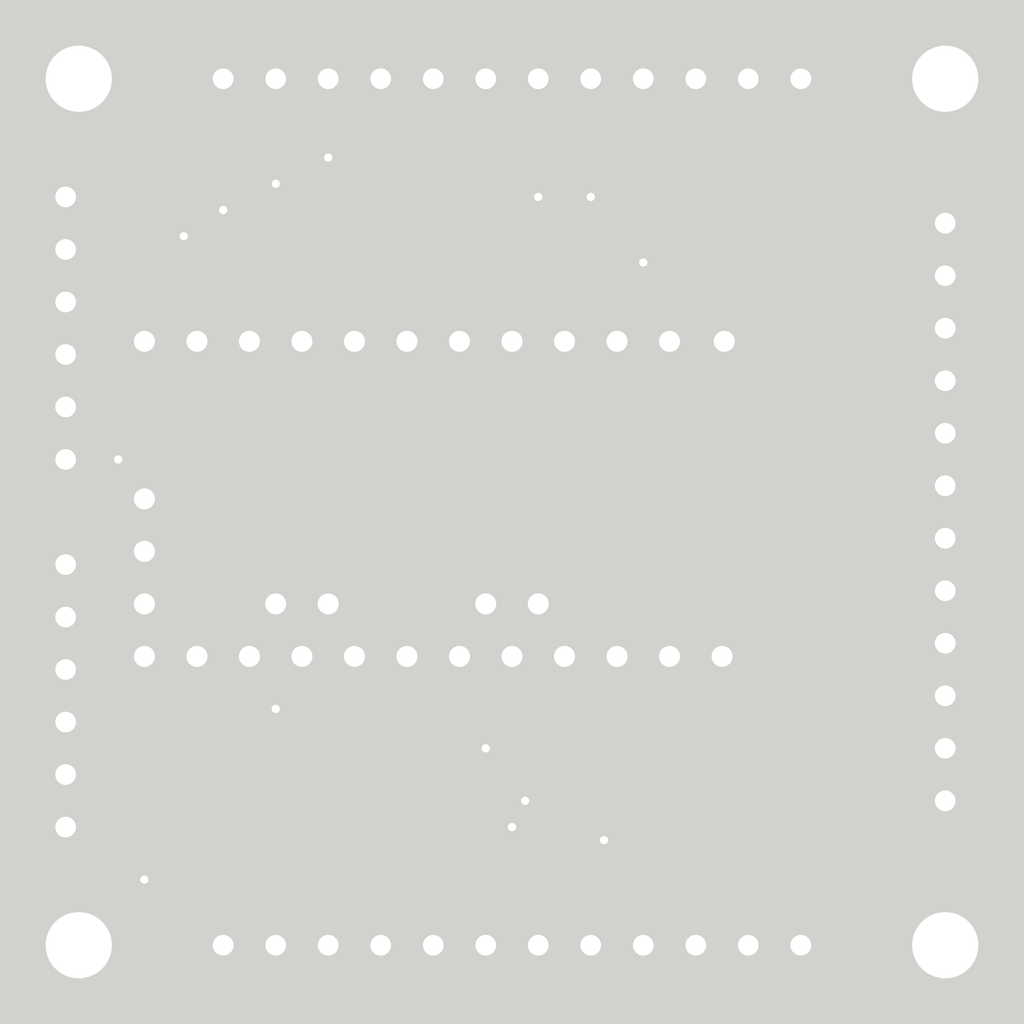
<source format=kicad_pcb>
(kicad_pcb (version 4) (host pcbnew 4.0.7+dfsg1-1~bpo9+1)

  (general
    (links 48)
    (no_connects 0)
    (area 0 0 0 0)
    (thickness 1.6)
    (drawings 41)
    (tracks 176)
    (zones 0)
    (modules 10)
    (nets 27)
  )

  (page A4)
  (layers
    (0 F.Cu signal)
    (31 B.Cu signal)
    (32 B.Adhes user)
    (33 F.Adhes user)
    (34 B.Paste user)
    (35 F.Paste user)
    (36 B.SilkS user)
    (37 F.SilkS user)
    (38 B.Mask user)
    (39 F.Mask user)
    (40 Dwgs.User user)
    (41 Cmts.User user)
    (42 Eco1.User user)
    (43 Eco2.User user)
    (44 Edge.Cuts user)
    (45 Margin user)
    (46 B.CrtYd user)
    (47 F.CrtYd user)
    (48 B.Fab user)
    (49 F.Fab user)
  )

  (setup
    (last_trace_width 0.25)
    (user_trace_width 0.5)
    (user_trace_width 0.5)
    (trace_clearance 0.2)
    (zone_clearance 0.508)
    (zone_45_only no)
    (trace_min 0.2)
    (segment_width 0.2)
    (edge_width 0.1)
    (via_size 0.6)
    (via_drill 0.4)
    (via_min_size 0.4)
    (via_min_drill 0.3)
    (uvia_size 0.3)
    (uvia_drill 0.1)
    (uvias_allowed no)
    (uvia_min_size 0.2)
    (uvia_min_drill 0.1)
    (pcb_text_width 0.3)
    (pcb_text_size 1.5 1.5)
    (mod_edge_width 0.15)
    (mod_text_size 1 1)
    (mod_text_width 0.15)
    (pad_size 1.5 1.5)
    (pad_drill 0.6)
    (pad_to_mask_clearance 0)
    (aux_axis_origin 0 0)
    (visible_elements FFFFFF7F)
    (pcbplotparams
      (layerselection 0x00030_80000001)
      (usegerberextensions false)
      (excludeedgelayer true)
      (linewidth 0.100000)
      (plotframeref false)
      (viasonmask false)
      (mode 1)
      (useauxorigin false)
      (hpglpennumber 1)
      (hpglpenspeed 20)
      (hpglpendiameter 15)
      (hpglpenoverlay 2)
      (psnegative false)
      (psa4output false)
      (plotreference true)
      (plotvalue true)
      (plotinvisibletext false)
      (padsonsilk false)
      (subtractmaskfromsilk false)
      (outputformat 1)
      (mirror false)
      (drillshape 1)
      (scaleselection 1)
      (outputdirectory ""))
  )

  (net 0 "")
  (net 1 /A5)
  (net 2 /A4)
  (net 3 /VCC)
  (net 4 /VIN)
  (net 5 /GND)
  (net 6 /D13)
  (net 7 /D12)
  (net 8 /D11)
  (net 9 /D10)
  (net 10 /D1)
  (net 11 /D0)
  (net 12 /D2)
  (net 13 /D3)
  (net 14 /D4)
  (net 15 /D5)
  (net 16 /D6)
  (net 17 /D7)
  (net 18 /D8)
  (net 19 /D9)
  (net 20 /A0)
  (net 21 /A1)
  (net 22 /A2)
  (net 23 /A3)
  (net 24 /A7)
  (net 25 /A6)
  (net 26 /RESET)

  (net_class Default "This is the default net class."
    (clearance 0.2)
    (trace_width 0.25)
    (via_dia 0.6)
    (via_drill 0.4)
    (uvia_dia 0.3)
    (uvia_drill 0.1)
    (add_net /A0)
    (add_net /A1)
    (add_net /A2)
    (add_net /A3)
    (add_net /A4)
    (add_net /A5)
    (add_net /A6)
    (add_net /A7)
    (add_net /D0)
    (add_net /D1)
    (add_net /D10)
    (add_net /D11)
    (add_net /D12)
    (add_net /D13)
    (add_net /D2)
    (add_net /D3)
    (add_net /D4)
    (add_net /D5)
    (add_net /D6)
    (add_net /D7)
    (add_net /D8)
    (add_net /D9)
    (add_net /GND)
    (add_net /RESET)
    (add_net /VCC)
    (add_net /VIN)
  )

  (module Mounting_Holes:MountingHole_3.2mm_M3 (layer F.Cu) (tedit 5AE78D53) (tstamp 5AD37429)
    (at 154.305 34.925)
    (descr "Mounting Hole 3.2mm, no annular, M3")
    (tags "mounting hole 3.2mm no annular m3")
    (fp_text reference X (at 0 0) (layer F.Fab)
      (effects (font (size 1 1) (thickness 0.15)))
    )
    (fp_text value M3 (at 0 2.54) (layer F.Fab)
      (effects (font (size 1 1) (thickness 0.15)))
    )
    (fp_circle (center 0 0) (end 3.2 0) (layer Cmts.User) (width 0.15))
    (fp_circle (center 0 0) (end 3.45 0) (layer F.CrtYd) (width 0.05))
    (pad 1 np_thru_hole circle (at 0 0) (size 3.2 3.2) (drill 3.2) (layers *.Cu *.Mask))
  )

  (module Mounting_Holes:MountingHole_3.2mm_M3 (layer F.Cu) (tedit 5AE78D5C) (tstamp 5AD374E5)
    (at 112.395 34.925)
    (descr "Mounting Hole 3.2mm, no annular, M3")
    (tags "mounting hole 3.2mm no annular m3")
    (fp_text reference X (at 0 0) (layer F.Fab)
      (effects (font (size 1 1) (thickness 0.15)))
    )
    (fp_text value M3 (at 0 2.54) (layer F.Fab)
      (effects (font (size 1 1) (thickness 0.15)))
    )
    (fp_circle (center 0 0) (end 3.2 0) (layer Cmts.User) (width 0.15))
    (fp_circle (center 0 0) (end 3.45 0) (layer F.CrtYd) (width 0.05))
    (pad 1 np_thru_hole circle (at 0 0) (size 3.2 3.2) (drill 3.2) (layers *.Cu *.Mask))
  )

  (module Socket_Strips:Socket_Strip_Straight_1x12_Pitch2.54mm (layer F.Cu) (tedit 5AE977A5) (tstamp 5AC36A5F)
    (at 119.38 34.925 90)
    (descr "Through hole straight socket strip, 1x12, 2.54mm pitch, single row")
    (tags "Through hole socket strip THT 1x12 2.54mm single row")
    (path /5AC3A80A)
    (fp_text reference O1 (at 0 -2.33 90) (layer F.Fab)
      (effects (font (size 1 1) (thickness 0.15)))
    )
    (fp_text value SerialOutput (at 2.54 17.145 180) (layer F.Fab)
      (effects (font (size 1 1) (thickness 0.15)))
    )
    (fp_line (start -1.27 -1.27) (end -1.27 29.21) (layer F.Fab) (width 0.1))
    (fp_line (start -1.27 29.21) (end 1.27 29.21) (layer F.Fab) (width 0.1))
    (fp_line (start 1.27 29.21) (end 1.27 -1.27) (layer F.Fab) (width 0.1))
    (fp_line (start 1.27 -1.27) (end -1.27 -1.27) (layer F.Fab) (width 0.1))
    (fp_line (start -1.33 1.27) (end -1.33 29.27) (layer F.SilkS) (width 0.12))
    (fp_line (start -1.33 29.27) (end 1.33 29.27) (layer F.SilkS) (width 0.12))
    (fp_line (start 1.33 29.27) (end 1.33 1.27) (layer F.SilkS) (width 0.12))
    (fp_line (start 1.33 1.27) (end -1.33 1.27) (layer F.SilkS) (width 0.12))
    (fp_line (start -1.33 0) (end -1.33 -1.33) (layer F.SilkS) (width 0.12))
    (fp_line (start -1.33 -1.33) (end 0 -1.33) (layer F.SilkS) (width 0.12))
    (fp_line (start -1.8 -1.8) (end -1.8 29.75) (layer F.CrtYd) (width 0.05))
    (fp_line (start -1.8 29.75) (end 1.8 29.75) (layer F.CrtYd) (width 0.05))
    (fp_line (start 1.8 29.75) (end 1.8 -1.8) (layer F.CrtYd) (width 0.05))
    (fp_line (start 1.8 -1.8) (end -1.8 -1.8) (layer F.CrtYd) (width 0.05))
    (fp_text user %R (at 0 -2.33 90) (layer F.Fab) hide
      (effects (font (size 1 1) (thickness 0.15)))
    )
    (pad 1 thru_hole rect (at 0 0 90) (size 1.7 1.7) (drill 1) (layers *.Cu *.Mask)
      (net 4 /VIN))
    (pad 2 thru_hole oval (at 0 2.54 90) (size 1.7 1.7) (drill 1) (layers *.Cu *.Mask)
      (net 3 /VCC))
    (pad 3 thru_hole oval (at 0 5.08 90) (size 1.7 1.7) (drill 1) (layers *.Cu *.Mask)
      (net 5 /GND))
    (pad 4 thru_hole oval (at 0 7.62 90) (size 1.7 1.7) (drill 1) (layers *.Cu *.Mask))
    (pad 5 thru_hole oval (at 0 10.16 90) (size 1.7 1.7) (drill 1) (layers *.Cu *.Mask)
      (net 6 /D13))
    (pad 6 thru_hole oval (at 0 12.7 90) (size 1.7 1.7) (drill 1) (layers *.Cu *.Mask)
      (net 7 /D12))
    (pad 7 thru_hole oval (at 0 15.24 90) (size 1.7 1.7) (drill 1) (layers *.Cu *.Mask)
      (net 8 /D11))
    (pad 8 thru_hole oval (at 0 17.78 90) (size 1.7 1.7) (drill 1) (layers *.Cu *.Mask)
      (net 9 /D10))
    (pad 9 thru_hole oval (at 0 20.32 90) (size 1.7 1.7) (drill 1) (layers *.Cu *.Mask)
      (net 2 /A4))
    (pad 10 thru_hole oval (at 0 22.86 90) (size 1.7 1.7) (drill 1) (layers *.Cu *.Mask)
      (net 1 /A5))
    (pad 11 thru_hole oval (at 0 25.4 90) (size 1.7 1.7) (drill 1) (layers *.Cu *.Mask)
      (net 10 /D1))
    (pad 12 thru_hole oval (at 0 27.94 90) (size 1.7 1.7) (drill 1) (layers *.Cu *.Mask)
      (net 11 /D0))
    (model ${KISYS3DMOD}/Socket_Strips.3dshapes/Socket_Strip_Straight_1x12_Pitch2.54mm.wrl
      (at (xyz 0 -0.55 0))
      (scale (xyz 1 1 1))
      (rotate (xyz 0 0 270))
    )
  )

  (module Socket_Strips:Socket_Strip_Straight_1x12_Pitch2.54mm (layer F.Cu) (tedit 5AE77EFD) (tstamp 5ACB7725)
    (at 154.305 41.91)
    (descr "Through hole straight socket strip, 1x12, 2.54mm pitch, single row")
    (tags "Through hole socket strip THT 1x12 2.54mm single row")
    (path /5AC3A751)
    (fp_text reference O2 (at 0 -2.33) (layer F.Fab)
      (effects (font (size 1 1) (thickness 0.15)))
    )
    (fp_text value Output (at 0 30.27) (layer F.Fab)
      (effects (font (size 1 1) (thickness 0.15)))
    )
    (fp_line (start -1.27 -1.27) (end -1.27 29.21) (layer F.Fab) (width 0.1))
    (fp_line (start -1.27 29.21) (end 1.27 29.21) (layer F.Fab) (width 0.1))
    (fp_line (start 1.27 29.21) (end 1.27 -1.27) (layer F.Fab) (width 0.1))
    (fp_line (start 1.27 -1.27) (end -1.27 -1.27) (layer F.Fab) (width 0.1))
    (fp_line (start -1.33 1.27) (end -1.33 29.27) (layer F.SilkS) (width 0.12))
    (fp_line (start -1.33 29.27) (end 1.33 29.27) (layer F.SilkS) (width 0.12))
    (fp_line (start 1.33 29.27) (end 1.33 1.27) (layer F.SilkS) (width 0.12))
    (fp_line (start 1.33 1.27) (end -1.33 1.27) (layer F.SilkS) (width 0.12))
    (fp_line (start -1.33 0) (end -1.33 -1.33) (layer F.SilkS) (width 0.12))
    (fp_line (start -1.33 -1.33) (end 0 -1.33) (layer F.SilkS) (width 0.12))
    (fp_line (start -1.8 -1.8) (end -1.8 29.75) (layer F.CrtYd) (width 0.05))
    (fp_line (start -1.8 29.75) (end 1.8 29.75) (layer F.CrtYd) (width 0.05))
    (fp_line (start 1.8 29.75) (end 1.8 -1.8) (layer F.CrtYd) (width 0.05))
    (fp_line (start 1.8 -1.8) (end -1.8 -1.8) (layer F.CrtYd) (width 0.05))
    (fp_text user %R (at 0 -2.33) (layer F.Fab) hide
      (effects (font (size 1 1) (thickness 0.15)))
    )
    (pad 1 thru_hole rect (at 0 0) (size 1.7 1.7) (drill 1) (layers *.Cu *.Mask)
      (net 4 /VIN))
    (pad 2 thru_hole oval (at 0 2.54) (size 1.7 1.7) (drill 1) (layers *.Cu *.Mask)
      (net 3 /VCC))
    (pad 3 thru_hole oval (at 0 5.08) (size 1.7 1.7) (drill 1) (layers *.Cu *.Mask)
      (net 5 /GND))
    (pad 4 thru_hole oval (at 0 7.62) (size 1.7 1.7) (drill 1) (layers *.Cu *.Mask))
    (pad 5 thru_hole oval (at 0 10.16) (size 1.7 1.7) (drill 1) (layers *.Cu *.Mask)
      (net 12 /D2))
    (pad 6 thru_hole oval (at 0 12.7) (size 1.7 1.7) (drill 1) (layers *.Cu *.Mask)
      (net 13 /D3))
    (pad 7 thru_hole oval (at 0 15.24) (size 1.7 1.7) (drill 1) (layers *.Cu *.Mask)
      (net 14 /D4))
    (pad 8 thru_hole oval (at 0 17.78) (size 1.7 1.7) (drill 1) (layers *.Cu *.Mask)
      (net 15 /D5))
    (pad 9 thru_hole oval (at 0 20.32) (size 1.7 1.7) (drill 1) (layers *.Cu *.Mask)
      (net 16 /D6))
    (pad 10 thru_hole oval (at 0 22.86) (size 1.7 1.7) (drill 1) (layers *.Cu *.Mask)
      (net 17 /D7))
    (pad 11 thru_hole oval (at 0 25.4) (size 1.7 1.7) (drill 1) (layers *.Cu *.Mask)
      (net 18 /D8))
    (pad 12 thru_hole oval (at 0 27.94) (size 1.7 1.7) (drill 1) (layers *.Cu *.Mask)
      (net 19 /D9))
    (model ${KISYS3DMOD}/Socket_Strips.3dshapes/Socket_Strip_Straight_1x12_Pitch2.54mm.wrl
      (at (xyz 0 -0.55 0))
      (scale (xyz 1 1 1))
      (rotate (xyz 0 0 270))
    )
  )

  (module Socket_Strips:Socket_Strip_Straight_1x12_Pitch2.54mm (layer F.Cu) (tedit 5AE77EF3) (tstamp 5ACB7743)
    (at 147.32 76.835 270)
    (descr "Through hole straight socket strip, 1x12, 2.54mm pitch, single row")
    (tags "Through hole socket strip THT 1x12 2.54mm single row")
    (path /5AC3A8AB)
    (fp_text reference O3 (at 0 -2.33 270) (layer F.Fab)
      (effects (font (size 1 1) (thickness 0.15)))
    )
    (fp_text value Output (at 0 30.27 270) (layer F.Fab)
      (effects (font (size 1 1) (thickness 0.15)))
    )
    (fp_line (start -1.27 -1.27) (end -1.27 29.21) (layer F.Fab) (width 0.1))
    (fp_line (start -1.27 29.21) (end 1.27 29.21) (layer F.Fab) (width 0.1))
    (fp_line (start 1.27 29.21) (end 1.27 -1.27) (layer F.Fab) (width 0.1))
    (fp_line (start 1.27 -1.27) (end -1.27 -1.27) (layer F.Fab) (width 0.1))
    (fp_line (start -1.33 1.27) (end -1.33 29.27) (layer F.SilkS) (width 0.12))
    (fp_line (start -1.33 29.27) (end 1.33 29.27) (layer F.SilkS) (width 0.12))
    (fp_line (start 1.33 29.27) (end 1.33 1.27) (layer F.SilkS) (width 0.12))
    (fp_line (start 1.33 1.27) (end -1.33 1.27) (layer F.SilkS) (width 0.12))
    (fp_line (start -1.33 0) (end -1.33 -1.33) (layer F.SilkS) (width 0.12))
    (fp_line (start -1.33 -1.33) (end 0 -1.33) (layer F.SilkS) (width 0.12))
    (fp_line (start -1.8 -1.8) (end -1.8 29.75) (layer F.CrtYd) (width 0.05))
    (fp_line (start -1.8 29.75) (end 1.8 29.75) (layer F.CrtYd) (width 0.05))
    (fp_line (start 1.8 29.75) (end 1.8 -1.8) (layer F.CrtYd) (width 0.05))
    (fp_line (start 1.8 -1.8) (end -1.8 -1.8) (layer F.CrtYd) (width 0.05))
    (fp_text user %R (at 0 -2.33 270) (layer F.Fab) hide
      (effects (font (size 1 1) (thickness 0.15)))
    )
    (pad 1 thru_hole rect (at 0 0 270) (size 1.7 1.7) (drill 1) (layers *.Cu *.Mask)
      (net 4 /VIN))
    (pad 2 thru_hole oval (at 0 2.54 270) (size 1.7 1.7) (drill 1) (layers *.Cu *.Mask)
      (net 3 /VCC))
    (pad 3 thru_hole oval (at 0 5.08 270) (size 1.7 1.7) (drill 1) (layers *.Cu *.Mask)
      (net 5 /GND))
    (pad 4 thru_hole oval (at 0 7.62 270) (size 1.7 1.7) (drill 1) (layers *.Cu *.Mask))
    (pad 5 thru_hole oval (at 0 10.16 270) (size 1.7 1.7) (drill 1) (layers *.Cu *.Mask)
      (net 24 /A7))
    (pad 6 thru_hole oval (at 0 12.7 270) (size 1.7 1.7) (drill 1) (layers *.Cu *.Mask)
      (net 25 /A6))
    (pad 7 thru_hole oval (at 0 15.24 270) (size 1.7 1.7) (drill 1) (layers *.Cu *.Mask)
      (net 1 /A5))
    (pad 8 thru_hole oval (at 0 17.78 270) (size 1.7 1.7) (drill 1) (layers *.Cu *.Mask)
      (net 2 /A4))
    (pad 9 thru_hole oval (at 0 20.32 270) (size 1.7 1.7) (drill 1) (layers *.Cu *.Mask)
      (net 23 /A3))
    (pad 10 thru_hole oval (at 0 22.86 270) (size 1.7 1.7) (drill 1) (layers *.Cu *.Mask)
      (net 22 /A2))
    (pad 11 thru_hole oval (at 0 25.4 270) (size 1.7 1.7) (drill 1) (layers *.Cu *.Mask)
      (net 21 /A1))
    (pad 12 thru_hole oval (at 0 27.94 270) (size 1.7 1.7) (drill 1) (layers *.Cu *.Mask)
      (net 20 /A0))
    (model ${KISYS3DMOD}/Socket_Strips.3dshapes/Socket_Strip_Straight_1x12_Pitch2.54mm.wrl
      (at (xyz 0 -0.55 0))
      (scale (xyz 1 1 1))
      (rotate (xyz 0 0 270))
    )
  )

  (module Mounting_Holes:MountingHole_3.2mm_M3 (layer F.Cu) (tedit 5AC36F82) (tstamp 5AD3745B)
    (at 154.305 76.835)
    (descr "Mounting Hole 3.2mm, no annular, M3")
    (tags "mounting hole 3.2mm no annular m3")
    (fp_text reference "" (at 0 -4.2) (layer F.Fab)
      (effects (font (size 1 1) (thickness 0.15)))
    )
    (fp_text value M3 (at 0 -2.54) (layer F.Fab)
      (effects (font (size 1 1) (thickness 0.15)))
    )
    (fp_circle (center 0 0) (end 3.2 0) (layer Cmts.User) (width 0.15))
    (fp_circle (center 0 0) (end 3.45 0) (layer F.CrtYd) (width 0.05))
    (pad 1 np_thru_hole circle (at 0 0) (size 3.2 3.2) (drill 3.2) (layers *.Cu *.Mask))
  )

  (module Mounting_Holes:MountingHole_3.2mm_M3 (layer F.Cu) (tedit 5AC36FB5) (tstamp 5AD37483)
    (at 112.395 76.835)
    (descr "Mounting Hole 3.2mm, no annular, M3")
    (tags "mounting hole 3.2mm no annular m3")
    (fp_text reference "" (at 0 -4.2) (layer F.Fab)
      (effects (font (size 1 1) (thickness 0.15)))
    )
    (fp_text value M3 (at 0 -2.54) (layer F.Fab)
      (effects (font (size 1 1) (thickness 0.15)))
    )
    (fp_circle (center 0 0) (end 3.2 0) (layer Cmts.User) (width 0.15))
    (fp_circle (center 0 0) (end 3.45 0) (layer F.CrtYd) (width 0.05))
    (pad 1 np_thru_hole circle (at 0 0) (size 3.2 3.2) (drill 3.2) (layers *.Cu *.Mask))
  )

  (module Arduino:Arduino_ProMini_NoICSP (layer F.Cu) (tedit 5AE78D84) (tstamp 5AE7887F)
    (at 114.3 46.355 270)
    (descr https://store.arduino.cc/arduino-mini-05)
    (path /5AE78720)
    (fp_text reference XA1 (at 2.54 -34.036 270) (layer F.Fab)
      (effects (font (size 1 1) (thickness 0.15)))
    )
    (fp_text value Arduino_Mini_01_Socket (at 5.715 -15.875 360) (layer F.Fab)
      (effects (font (size 1 1) (thickness 0.15)))
    )
    (fp_line (start -0.254 0.254) (end -0.254 -33.274) (layer F.CrtYd) (width 0.15))
    (fp_line (start -0.254 -33.274) (end 18.034 -33.274) (layer F.CrtYd) (width 0.15))
    (fp_line (start 18.034 -33.274) (end 18.034 0.254) (layer F.CrtYd) (width 0.15))
    (fp_line (start 18.034 0.254) (end -0.254 0.254) (layer F.CrtYd) (width 0.15))
    (fp_text user RST (at 14.986 -24.13 360) (layer F.SilkS)
      (effects (font (size 0.5 0.5) (thickness 0.075)))
    )
    (fp_line (start 0 0) (end 0 -32.93) (layer F.SilkS) (width 0.15))
    (fp_line (start 0 -32.93) (end 17.78 -32.93) (layer F.SilkS) (width 0.15))
    (fp_line (start 17.78 -32.93) (end 17.78 0) (layer F.SilkS) (width 0.15))
    (fp_line (start 17.78 0) (end 0 0) (layer F.SilkS) (width 0.15))
    (fp_circle (center 15.24 -31.75) (end 15.74 -31.75) (layer F.Fab) (width 0.15))
    (fp_circle (center 12.7 -31.75) (end 13.2 -31.75) (layer F.Fab) (width 0.15))
    (fp_circle (center 10.16 -31.75) (end 10.66 -31.75) (layer F.Fab) (width 0.15))
    (fp_circle (center 7.62 -31.75) (end 8.12 -31.75) (layer F.Fab) (width 0.15))
    (fp_circle (center 5.08 -31.75) (end 5.58 -31.75) (layer F.Fab) (width 0.15))
    (fp_circle (center 2.54 -31.75) (end 3.04 -31.75) (layer F.Fab) (width 0.15))
    (pad D11 thru_hole circle (at 16.51 -3.81 270) (size 1.7272 1.7272) (drill 1.016) (layers *.Cu *.Mask)
      (net 8 /D11))
    (pad D12 thru_hole circle (at 16.51 -6.35 270) (size 1.7272 1.7272) (drill 1.016) (layers *.Cu *.Mask)
      (net 7 /D12))
    (pad D13 thru_hole circle (at 16.51 -8.89 270) (size 1.7272 1.7272) (drill 1.016) (layers *.Cu *.Mask)
      (net 6 /D13))
    (pad A0 thru_hole circle (at 16.51 -11.43 270) (size 1.7272 1.7272) (drill 1.016) (layers *.Cu *.Mask)
      (net 20 /A0))
    (pad A1 thru_hole circle (at 16.51 -13.97 270) (size 1.7272 1.7272) (drill 1.016) (layers *.Cu *.Mask)
      (net 21 /A1))
    (pad A2 thru_hole circle (at 16.51 -16.51 270) (size 1.7272 1.7272) (drill 1.016) (layers *.Cu *.Mask)
      (net 22 /A2))
    (pad A3 thru_hole circle (at 16.51 -19.05 270) (size 1.7272 1.7272) (drill 1.016) (layers *.Cu *.Mask)
      (net 23 /A3))
    (pad A4 thru_hole circle (at 13.97 -17.78 270) (size 1.7272 1.7272) (drill 1.016) (layers *.Cu *.Mask)
      (net 2 /A4))
    (pad A5 thru_hole circle (at 13.97 -20.32 270) (size 1.7272 1.7272) (drill 1.016) (layers *.Cu *.Mask)
      (net 1 /A5))
    (pad A6 thru_hole circle (at 11.43 -1.27 270) (size 1.7272 1.7272) (drill 1.016) (layers *.Cu *.Mask)
      (net 25 /A6))
    (pad A7 thru_hole circle (at 13.97 -1.27 270) (size 1.7272 1.7272) (drill 1.016) (layers *.Cu *.Mask)
      (net 24 /A7))
    (pad A6 thru_hole circle (at 13.97 -7.62 270) (size 1.7272 1.7272) (drill 1.016) (layers *.Cu *.Mask)
      (net 25 /A6))
    (pad A7 thru_hole circle (at 13.97 -10.16 270) (size 1.7272 1.7272) (drill 1.016) (layers *.Cu *.Mask)
      (net 24 /A7))
    (pad GND4 thru_hole circle (at 8.89 -1.27 270) (size 1.7272 1.7272) (drill 1.016) (layers *.Cu *.Mask)
      (net 5 /GND))
    (pad 5V1 thru_hole circle (at 16.51 -21.59 270) (size 1.7272 1.7272) (drill 1.016) (layers *.Cu *.Mask)
      (net 3 /VCC))
    (pad RST2 thru_hole circle (at 16.51 -24.13 270) (size 1.7272 1.7272) (drill 1.016) (layers *.Cu *.Mask)
      (net 26 /RESET))
    (pad GND2 thru_hole circle (at 16.51 -26.67 270) (size 1.7272 1.7272) (drill 1.016) (layers *.Cu *.Mask)
      (net 5 /GND))
    (pad VIN thru_hole circle (at 16.51 -29.21 270) (size 1.7272 1.7272) (drill 1.016) (layers *.Cu *.Mask)
      (net 4 /VIN))
    (pad D10 thru_hole circle (at 16.51 -1.27 270) (size 1.7272 1.7272) (drill 1.016) (layers *.Cu *.Mask)
      (net 9 /D10))
    (pad D0 thru_hole circle (at 1.27 -29.32 270) (size 1.7272 1.7272) (drill 1.016) (layers *.Cu *.Mask)
      (net 11 /D0))
    (pad D1 thru_hole circle (at 1.27 -26.67 270) (size 1.7272 1.7272) (drill 1.016) (layers *.Cu *.Mask)
      (net 10 /D1))
    (pad RST1 thru_hole circle (at 1.27 -24.13 270) (size 1.7272 1.7272) (drill 1.016) (layers *.Cu *.Mask))
    (pad GND1 thru_hole circle (at 1.27 -21.59 270) (size 1.7272 1.7272) (drill 1.016) (layers *.Cu *.Mask))
    (pad D2 thru_hole circle (at 1.27 -19.05 270) (size 1.7272 1.7272) (drill 1.016) (layers *.Cu *.Mask)
      (net 12 /D2))
    (pad D3 thru_hole circle (at 1.27 -16.51 270) (size 1.7272 1.7272) (drill 1.016) (layers *.Cu *.Mask)
      (net 13 /D3))
    (pad D4 thru_hole circle (at 1.27 -13.97 270) (size 1.7272 1.7272) (drill 1.016) (layers *.Cu *.Mask)
      (net 14 /D4))
    (pad D5 thru_hole circle (at 1.27 -11.43 270) (size 1.7272 1.7272) (drill 1.016) (layers *.Cu *.Mask)
      (net 15 /D5))
    (pad D6 thru_hole circle (at 1.27 -8.89 270) (size 1.7272 1.7272) (drill 1.016) (layers *.Cu *.Mask)
      (net 16 /D6))
    (pad D7 thru_hole circle (at 1.27 -6.35 270) (size 1.7272 1.7272) (drill 1.016) (layers *.Cu *.Mask)
      (net 17 /D7))
    (pad D8 thru_hole circle (at 1.27 -3.81 270) (size 1.7272 1.7272) (drill 1.016) (layers *.Cu *.Mask)
      (net 18 /D8))
    (pad D9 thru_hole circle (at 1.27 -1.27 270) (size 1.7272 1.7272) (drill 1.016) (layers *.Cu *.Mask)
      (net 19 /D9))
  )

  (module Pin_Headers:Pin_Header_Straight_1x06_Pitch2.54mm (layer F.Cu) (tedit 59650532) (tstamp 5AFEF0A8)
    (at 111.76 58.42)
    (descr "Through hole straight pin header, 1x06, 2.54mm pitch, single row")
    (tags "Through hole pin header THT 1x06 2.54mm single row")
    (path /5AFEF05A)
    (fp_text reference J1 (at 0 -2.33) (layer F.SilkS)
      (effects (font (size 1 1) (thickness 0.15)))
    )
    (fp_text value ICSP (at 0 15.03) (layer F.Fab)
      (effects (font (size 1 1) (thickness 0.15)))
    )
    (fp_line (start -0.635 -1.27) (end 1.27 -1.27) (layer F.Fab) (width 0.1))
    (fp_line (start 1.27 -1.27) (end 1.27 13.97) (layer F.Fab) (width 0.1))
    (fp_line (start 1.27 13.97) (end -1.27 13.97) (layer F.Fab) (width 0.1))
    (fp_line (start -1.27 13.97) (end -1.27 -0.635) (layer F.Fab) (width 0.1))
    (fp_line (start -1.27 -0.635) (end -0.635 -1.27) (layer F.Fab) (width 0.1))
    (fp_line (start -1.33 14.03) (end 1.33 14.03) (layer F.SilkS) (width 0.12))
    (fp_line (start -1.33 1.27) (end -1.33 14.03) (layer F.SilkS) (width 0.12))
    (fp_line (start 1.33 1.27) (end 1.33 14.03) (layer F.SilkS) (width 0.12))
    (fp_line (start -1.33 1.27) (end 1.33 1.27) (layer F.SilkS) (width 0.12))
    (fp_line (start -1.33 0) (end -1.33 -1.33) (layer F.SilkS) (width 0.12))
    (fp_line (start -1.33 -1.33) (end 0 -1.33) (layer F.SilkS) (width 0.12))
    (fp_line (start -1.8 -1.8) (end -1.8 14.5) (layer F.CrtYd) (width 0.05))
    (fp_line (start -1.8 14.5) (end 1.8 14.5) (layer F.CrtYd) (width 0.05))
    (fp_line (start 1.8 14.5) (end 1.8 -1.8) (layer F.CrtYd) (width 0.05))
    (fp_line (start 1.8 -1.8) (end -1.8 -1.8) (layer F.CrtYd) (width 0.05))
    (fp_text user %R (at 0 6.35 90) (layer F.Fab)
      (effects (font (size 1 1) (thickness 0.15)))
    )
    (pad 1 thru_hole rect (at 0 0) (size 1.7 1.7) (drill 1) (layers *.Cu *.Mask)
      (net 5 /GND))
    (pad 2 thru_hole oval (at 0 2.54) (size 1.7 1.7) (drill 1) (layers *.Cu *.Mask)
      (net 5 /GND))
    (pad 3 thru_hole oval (at 0 5.08) (size 1.7 1.7) (drill 1) (layers *.Cu *.Mask)
      (net 3 /VCC))
    (pad 4 thru_hole oval (at 0 7.62) (size 1.7 1.7) (drill 1) (layers *.Cu *.Mask)
      (net 10 /D1))
    (pad 5 thru_hole oval (at 0 10.16) (size 1.7 1.7) (drill 1) (layers *.Cu *.Mask)
      (net 11 /D0))
    (pad 6 thru_hole oval (at 0 12.7) (size 1.7 1.7) (drill 1) (layers *.Cu *.Mask)
      (net 26 /RESET))
    (model ${KISYS3DMOD}/Pin_Headers.3dshapes/Pin_Header_Straight_1x06_Pitch2.54mm.wrl
      (at (xyz 0 0 0))
      (scale (xyz 1 1 1))
      (rotate (xyz 0 0 0))
    )
  )

  (module Pin_Headers:Pin_Header_Straight_1x06_Pitch2.54mm (layer F.Cu) (tedit 59650532) (tstamp 5AFEF0C2)
    (at 111.76 40.64)
    (descr "Through hole straight pin header, 1x06, 2.54mm pitch, single row")
    (tags "Through hole pin header THT 1x06 2.54mm single row")
    (path /5AFEF100)
    (fp_text reference J2 (at 0 -2.33) (layer F.SilkS)
      (effects (font (size 1 1) (thickness 0.15)))
    )
    (fp_text value ICSP (at 0 15.03) (layer F.Fab)
      (effects (font (size 1 1) (thickness 0.15)))
    )
    (fp_line (start -0.635 -1.27) (end 1.27 -1.27) (layer F.Fab) (width 0.1))
    (fp_line (start 1.27 -1.27) (end 1.27 13.97) (layer F.Fab) (width 0.1))
    (fp_line (start 1.27 13.97) (end -1.27 13.97) (layer F.Fab) (width 0.1))
    (fp_line (start -1.27 13.97) (end -1.27 -0.635) (layer F.Fab) (width 0.1))
    (fp_line (start -1.27 -0.635) (end -0.635 -1.27) (layer F.Fab) (width 0.1))
    (fp_line (start -1.33 14.03) (end 1.33 14.03) (layer F.SilkS) (width 0.12))
    (fp_line (start -1.33 1.27) (end -1.33 14.03) (layer F.SilkS) (width 0.12))
    (fp_line (start 1.33 1.27) (end 1.33 14.03) (layer F.SilkS) (width 0.12))
    (fp_line (start -1.33 1.27) (end 1.33 1.27) (layer F.SilkS) (width 0.12))
    (fp_line (start -1.33 0) (end -1.33 -1.33) (layer F.SilkS) (width 0.12))
    (fp_line (start -1.33 -1.33) (end 0 -1.33) (layer F.SilkS) (width 0.12))
    (fp_line (start -1.8 -1.8) (end -1.8 14.5) (layer F.CrtYd) (width 0.05))
    (fp_line (start -1.8 14.5) (end 1.8 14.5) (layer F.CrtYd) (width 0.05))
    (fp_line (start 1.8 14.5) (end 1.8 -1.8) (layer F.CrtYd) (width 0.05))
    (fp_line (start 1.8 -1.8) (end -1.8 -1.8) (layer F.CrtYd) (width 0.05))
    (fp_text user %R (at 0 6.35 90) (layer F.Fab)
      (effects (font (size 1 1) (thickness 0.15)))
    )
    (pad 1 thru_hole rect (at 0 0) (size 1.7 1.7) (drill 1) (layers *.Cu *.Mask)
      (net 5 /GND))
    (pad 2 thru_hole oval (at 0 2.54) (size 1.7 1.7) (drill 1) (layers *.Cu *.Mask)
      (net 5 /GND))
    (pad 3 thru_hole oval (at 0 5.08) (size 1.7 1.7) (drill 1) (layers *.Cu *.Mask)
      (net 3 /VCC))
    (pad 4 thru_hole oval (at 0 7.62) (size 1.7 1.7) (drill 1) (layers *.Cu *.Mask)
      (net 11 /D0))
    (pad 5 thru_hole oval (at 0 10.16) (size 1.7 1.7) (drill 1) (layers *.Cu *.Mask)
      (net 10 /D1))
    (pad 6 thru_hole oval (at 0 12.7) (size 1.7 1.7) (drill 1) (layers *.Cu *.Mask)
      (net 26 /RESET))
    (model ${KISYS3DMOD}/Pin_Headers.3dshapes/Pin_Header_Straight_1x06_Pitch2.54mm.wrl
      (at (xyz 0 0 0))
      (scale (xyz 1 1 1))
      (rotate (xyz 0 0 0))
    )
  )

  (gr_text CTS (at 114.935 60.96) (layer B.SilkS)
    (effects (font (size 1 1) (thickness 0.2)) (justify right mirror))
  )
  (gr_text VCC (at 114.3 64.135) (layer B.SilkS)
    (effects (font (size 1 1) (thickness 0.2)) (justify right mirror))
  )
  (gr_text Reset (at 114.3 70.485) (layer B.SilkS)
    (effects (font (size 1 1) (thickness 0.2)) (justify right mirror))
  )
  (gr_text RDX (at 114.3 68.58) (layer B.SilkS)
    (effects (font (size 1 1) (thickness 0.2)) (justify right mirror))
  )
  (gr_text TDX (at 114.3 66.04) (layer B.SilkS)
    (effects (font (size 1 1) (thickness 0.2)) (justify right mirror))
  )
  (gr_text RDX (at 114.3 48.895) (layer B.SilkS)
    (effects (font (size 1 1) (thickness 0.2)) (justify right mirror))
  )
  (gr_text GND (at 114.3 58.42) (layer B.SilkS)
    (effects (font (size 1 1) (thickness 0.2)) (justify right mirror))
  )
  (gr_text Reset (at 114.3 53.34) (layer B.SilkS)
    (effects (font (size 1 1) (thickness 0.2)) (justify right mirror))
  )
  (gr_text TDX (at 114.3 50.8) (layer B.SilkS)
    (effects (font (size 1 1) (thickness 0.2)) (justify right mirror))
  )
  (gr_text VCC (at 113.665 45.72) (layer B.SilkS)
    (effects (font (size 1 1) (thickness 0.2)) (justify right mirror))
  )
  (gr_text CTS (at 113.665 43.18) (layer B.SilkS)
    (effects (font (size 1 1) (thickness 0.2)) (justify right mirror))
  )
  (gr_text GND (at 113.665 40.64) (layer B.SilkS)
    (effects (font (size 1 1) (thickness 0.2)) (justify right mirror))
  )
  (gr_text "Arduino Pro Mini v1.0\nnickthecoder.co.uk" (at 130.81 55.245) (layer F.SilkS)
    (effects (font (size 1.5 1.5) (thickness 0.3)))
  )
  (gr_text A7 (at 137.16 73.66) (layer F.SilkS)
    (effects (font (size 1 1) (thickness 0.2)))
  )
  (gr_text A6 (at 134.62 73.66) (layer F.SilkS)
    (effects (font (size 1 1) (thickness 0.2)))
  )
  (gr_text ANALOG (at 144.145 73.66) (layer F.SilkS)
    (effects (font (size 1.5 1.5) (thickness 0.3)))
  )
  (gr_text "MISO (D12)" (at 132.08 36.83 270) (layer F.SilkS)
    (effects (font (size 1 1) (thickness 0.2)) (justify left))
  )
  (gr_text A0 (at 119.38 73.66) (layer F.SilkS)
    (effects (font (size 1 1) (thickness 0.2)))
  )
  (gr_text A1 (at 121.92 73.66) (layer F.SilkS)
    (effects (font (size 1 1) (thickness 0.2)))
  )
  (gr_text A5 (at 132.08 73.66) (layer F.SilkS)
    (effects (font (size 1 1) (thickness 0.2)))
  )
  (gr_text A4 (at 129.54 73.66) (layer F.SilkS)
    (effects (font (size 1 1) (thickness 0.2)))
  )
  (gr_text A3 (at 127 73.66) (layer F.SilkS)
    (effects (font (size 1 1) (thickness 0.2)))
  )
  (gr_text A2 (at 124.46 73.66) (layer F.SilkS)
    (effects (font (size 1 1) (thickness 0.2)))
  )
  (gr_text "Arduino ProMini v1.0\nnickthecoder.co.uk" (at 142.875 43.18) (layer B.SilkS)
    (effects (font (size 1.5 1.5) (thickness 0.3)) (justify left mirror))
  )
  (gr_text "SCK (D13)" (at 129.54 36.83 270) (layer F.SilkS)
    (effects (font (size 1 1) (thickness 0.2)) (justify left))
  )
  (gr_text "RXD (D0)" (at 147.32 36.83 270) (layer F.SilkS)
    (effects (font (size 1 1) (thickness 0.2)) (justify left))
  )
  (gr_text "SCL (A5)" (at 142.24 36.83 270) (layer F.SilkS)
    (effects (font (size 1 1) (thickness 0.2)) (justify left))
  )
  (gr_text "SDA (A4)" (at 139.7 36.83 270) (layer F.SilkS)
    (effects (font (size 1 1) (thickness 0.2)) (justify left))
  )
  (gr_text "TXD (D1)" (at 144.78 36.83 270) (layer F.SilkS)
    (effects (font (size 1 1) (thickness 0.2)) (justify left))
  )
  (gr_text D10 (at 137.16 36.83 270) (layer F.SilkS)
    (effects (font (size 1 1) (thickness 0.2)) (justify left))
  )
  (gr_text "MOSI (D11)" (at 134.62 36.83 270) (layer F.SilkS)
    (effects (font (size 1 1) (thickness 0.2)) (justify left))
  )
  (gr_text D9 (at 151.13 69.85) (layer F.SilkS)
    (effects (font (size 1 1) (thickness 0.2)))
  )
  (gr_text D8 (at 151.13 67.31) (layer F.SilkS)
    (effects (font (size 1 1) (thickness 0.2)))
  )
  (gr_text D7 (at 151.13 64.77) (layer F.SilkS)
    (effects (font (size 1 1) (thickness 0.2)))
  )
  (gr_text D6 (at 151.13 62.23) (layer F.SilkS)
    (effects (font (size 1 1) (thickness 0.2)))
  )
  (gr_text D5 (at 151.13 59.69) (layer F.SilkS)
    (effects (font (size 1 1) (thickness 0.2)))
  )
  (gr_text D4 (at 151.13 57.15) (layer F.SilkS)
    (effects (font (size 1 1) (thickness 0.2)))
  )
  (gr_text D3 (at 151.13 54.61) (layer F.SilkS)
    (effects (font (size 1 1) (thickness 0.2)))
  )
  (gr_text D2 (at 151.13 52.07) (layer F.SilkS)
    (effects (font (size 1 1) (thickness 0.2)))
  )
  (gr_text SERIAL (at 121.285 38.1) (layer F.SilkS)
    (effects (font (size 1.5 1.5) (thickness 0.3)))
  )
  (gr_text DIGITAL (at 151.13 45.72 90) (layer F.SilkS)
    (effects (font (size 1.5 1.5) (thickness 0.3)))
  )

  (segment (start 134.62 67.31) (end 134.62 60.325) (width 0.25) (layer B.Cu) (net 1))
  (segment (start 132.08 76.835) (end 132.08 69.85) (width 0.25) (layer B.Cu) (net 1))
  (segment (start 132.08 69.85) (end 134.62 67.31) (width 0.25) (layer B.Cu) (net 1) (tstamp 5AE976C9))
  (segment (start 134.62 43.18) (end 137.16 40.64) (width 0.25) (layer B.Cu) (net 1))
  (via (at 137.16 40.64) (size 0.6) (drill 0.4) (layers F.Cu B.Cu) (net 1))
  (segment (start 134.62 60.325) (end 134.62 43.18) (width 0.25) (layer B.Cu) (net 1))
  (segment (start 137.16 40.64) (end 142.24 35.56) (width 0.25) (layer F.Cu) (net 1) (tstamp 5AE78C2E))
  (segment (start 142.24 35.56) (end 142.24 34.925) (width 0.25) (layer F.Cu) (net 1) (tstamp 5AE789E7))
  (segment (start 129.54 76.835) (end 129.54 69.85) (width 0.25) (layer B.Cu) (net 2))
  (segment (start 132.08 67.31) (end 132.08 60.325) (width 0.25) (layer F.Cu) (net 2) (tstamp 5AE976C6))
  (via (at 132.08 67.31) (size 0.6) (drill 0.4) (layers F.Cu B.Cu) (net 2))
  (segment (start 129.54 69.85) (end 132.08 67.31) (width 0.25) (layer B.Cu) (net 2) (tstamp 5AE976C3))
  (segment (start 132.08 43.18) (end 134.62 40.64) (width 0.25) (layer B.Cu) (net 2))
  (via (at 134.62 40.64) (size 0.6) (drill 0.4) (layers F.Cu B.Cu) (net 2))
  (segment (start 132.08 60.325) (end 132.08 43.18) (width 0.25) (layer B.Cu) (net 2))
  (segment (start 134.62 40.64) (end 139.7 35.56) (width 0.25) (layer F.Cu) (net 2) (tstamp 5AE78C37))
  (segment (start 139.7 35.56) (end 139.7 34.925) (width 0.25) (layer F.Cu) (net 2) (tstamp 5AE789F0))
  (segment (start 144.78 76.835) (end 142.24 74.295) (width 0.25) (layer F.Cu) (net 3))
  (segment (start 115.57 66.675) (end 112.395 63.5) (width 0.25) (layer B.Cu) (net 3) (tstamp 5AE78CB8))
  (segment (start 115.57 73.66) (end 115.57 66.675) (width 0.25) (layer B.Cu) (net 3) (tstamp 5AE78CB7))
  (via (at 115.57 73.66) (size 0.6) (drill 0.4) (layers F.Cu B.Cu) (net 3))
  (segment (start 116.205 74.295) (end 115.57 73.66) (width 0.25) (layer F.Cu) (net 3) (tstamp 5AE78CB0))
  (segment (start 142.24 74.295) (end 116.205 74.295) (width 0.25) (layer F.Cu) (net 3) (tstamp 5AE78CAC))
  (segment (start 112.395 63.5) (end 111.76 63.5) (width 0.25) (layer B.Cu) (net 3) (tstamp 5AE78CBA))
  (segment (start 121.92 34.925) (end 121.92 35.56) (width 0.5) (layer F.Cu) (net 3))
  (segment (start 121.92 35.56) (end 111.76 45.72) (width 0.5) (layer F.Cu) (net 3) (tstamp 5AE78BFB))
  (segment (start 144.78 76.835) (end 144.78 71.755) (width 0.5) (layer F.Cu) (net 3))
  (segment (start 144.78 71.755) (end 135.89 62.865) (width 0.5) (layer F.Cu) (net 3) (tstamp 5AE789C2))
  (segment (start 153.67 44.45) (end 150.495 41.275) (width 0.5) (layer B.Cu) (net 3) (status 10))
  (segment (start 154.94 73.025) (end 152.4 73.025) (width 0.5) (layer B.Cu) (net 3))
  (segment (start 149.86 75.565) (end 149.86 78.105) (width 0.5) (layer B.Cu) (net 3) (tstamp 5AC5F3B7))
  (segment (start 152.4 73.025) (end 149.86 75.565) (width 0.5) (layer B.Cu) (net 3) (tstamp 5AC5F3B5))
  (segment (start 148.59 79.375) (end 149.86 78.105) (width 0.5) (layer B.Cu) (net 3))
  (segment (start 144.78 78.74) (end 145.415 79.375) (width 0.5) (layer B.Cu) (net 3) (tstamp 5AC4E85C))
  (segment (start 145.415 79.375) (end 148.59 79.375) (width 0.5) (layer B.Cu) (net 3) (tstamp 5AC4E85D))
  (segment (start 144.78 77.47) (end 144.78 78.74) (width 0.5) (layer B.Cu) (net 3) (status 10))
  (segment (start 154.94 44.45) (end 155.575 44.45) (width 0.5) (layer B.Cu) (net 3) (status 10))
  (segment (start 155.575 44.45) (end 156.845 45.72) (width 0.5) (layer B.Cu) (net 3) (tstamp 5AC4E83C))
  (segment (start 156.845 45.72) (end 156.845 71.12) (width 0.5) (layer B.Cu) (net 3) (tstamp 5AC4E83D))
  (segment (start 156.845 71.12) (end 154.94 73.025) (width 0.5) (layer B.Cu) (net 3) (tstamp 5AC4E83E))
  (segment (start 121.92 34.29) (end 121.92 33.655) (width 0.5) (layer B.Cu) (net 3) (status 10))
  (segment (start 121.92 33.655) (end 123.19 32.385) (width 0.5) (layer B.Cu) (net 3) (tstamp 5AC4E82F))
  (segment (start 150.495 33.655) (end 150.495 41.275) (width 0.5) (layer B.Cu) (net 3) (tstamp 5AC4E832))
  (segment (start 149.225 32.385) (end 150.495 33.655) (width 0.5) (layer B.Cu) (net 3) (tstamp 5AC4E831))
  (segment (start 123.19 32.385) (end 149.225 32.385) (width 0.5) (layer B.Cu) (net 3) (tstamp 5AC4E830))
  (segment (start 153.67 44.45) (end 154.94 44.45) (width 0.5) (layer B.Cu) (net 3) (tstamp 5AC4E837) (status 30))
  (segment (start 147.32 76.835) (end 147.32 66.675) (width 0.5) (layer F.Cu) (net 4))
  (segment (start 147.32 66.675) (end 143.51 62.865) (width 0.5) (layer F.Cu) (net 4) (tstamp 5AE789BA))
  (segment (start 147.32 76.835) (end 151.765 72.39) (width 0.5) (layer F.Cu) (net 4))
  (segment (start 151.765 72.39) (end 152.4 72.39) (width 0.5) (layer F.Cu) (net 4) (tstamp 5AE789AD))
  (segment (start 154.94 41.91) (end 156.845 43.815) (width 0.5) (layer F.Cu) (net 4) (tstamp 5AE782D6) (status 10))
  (segment (start 154.94 41.91) (end 150.495 37.465) (width 0.5) (layer F.Cu) (net 4) (status 10))
  (segment (start 150.495 37.465) (end 150.495 33.655) (width 0.5) (layer F.Cu) (net 4) (tstamp 5AC5F3D4))
  (segment (start 152.4 72.39) (end 155.575 72.39) (width 0.5) (layer F.Cu) (net 4) (tstamp 5AC5F3A7))
  (segment (start 150.495 33.655) (end 149.225 32.385) (width 0.5) (layer F.Cu) (net 4) (tstamp 5AC38700))
  (segment (start 121.285 32.385) (end 149.225 32.385) (width 0.5) (layer F.Cu) (net 4) (tstamp 5AD37E73))
  (segment (start 149.225 32.385) (end 150.495 33.655) (width 0.5) (layer F.Cu) (net 4) (tstamp 5AD37E74))
  (segment (start 156.845 43.815) (end 154.94 41.91) (width 0.5) (layer F.Cu) (net 4) (tstamp 5AC386F4) (status 20))
  (segment (start 156.845 71.12) (end 156.845 43.815) (width 0.5) (layer F.Cu) (net 4) (tstamp 5AC386F3))
  (segment (start 155.575 72.39) (end 156.845 71.12) (width 0.5) (layer F.Cu) (net 4) (tstamp 5AC51D71))
  (segment (start 119.38 34.29) (end 121.285 32.385) (width 0.5) (layer F.Cu) (net 4) (status 10))
  (segment (start 118.745 34.925) (end 119.38 34.29) (width 0.5) (layer F.Cu) (net 4) (tstamp 5AD37E6D) (status 30))
  (segment (start 129.54 34.925) (end 125.73 38.735) (width 0.25) (layer F.Cu) (net 6))
  (segment (start 123.19 56.515) (end 123.19 62.865) (width 0.25) (layer B.Cu) (net 6) (tstamp 5AE78A64))
  (segment (start 124.46 55.245) (end 123.19 56.515) (width 0.25) (layer B.Cu) (net 6) (tstamp 5AE78A63))
  (segment (start 124.46 38.735) (end 124.46 55.245) (width 0.25) (layer B.Cu) (net 6) (tstamp 5AE78A62))
  (via (at 124.46 38.735) (size 0.6) (drill 0.4) (layers F.Cu B.Cu) (net 6))
  (segment (start 125.73 38.735) (end 124.46 38.735) (width 0.25) (layer F.Cu) (net 6) (tstamp 5AE78A59))
  (segment (start 132.08 34.925) (end 127 40.005) (width 0.25) (layer F.Cu) (net 7))
  (segment (start 120.65 56.515) (end 120.65 62.865) (width 0.25) (layer B.Cu) (net 7) (tstamp 5AE78A52))
  (segment (start 121.92 55.245) (end 120.65 56.515) (width 0.25) (layer B.Cu) (net 7) (tstamp 5AE78A51))
  (segment (start 121.92 40.005) (end 121.92 55.245) (width 0.25) (layer B.Cu) (net 7) (tstamp 5AE78A50))
  (via (at 121.92 40.005) (size 0.6) (drill 0.4) (layers F.Cu B.Cu) (net 7))
  (segment (start 127 40.005) (end 121.92 40.005) (width 0.25) (layer F.Cu) (net 7) (tstamp 5AE78A3E))
  (segment (start 134.62 34.925) (end 134.62 35.56) (width 0.25) (layer F.Cu) (net 8))
  (segment (start 134.62 35.56) (end 128.905 41.275) (width 0.25) (layer F.Cu) (net 8) (tstamp 5AE78A1B))
  (segment (start 128.905 41.275) (end 119.38 41.275) (width 0.25) (layer F.Cu) (net 8) (tstamp 5AE78A21))
  (via (at 119.38 41.275) (size 0.6) (drill 0.4) (layers F.Cu B.Cu) (net 8))
  (segment (start 119.38 41.275) (end 119.38 60.96) (width 0.25) (layer B.Cu) (net 8) (tstamp 5AE78A2B))
  (segment (start 119.38 60.96) (end 118.11 62.23) (width 0.25) (layer B.Cu) (net 8) (tstamp 5AE78A2C))
  (segment (start 118.11 62.23) (end 118.11 62.865) (width 0.25) (layer B.Cu) (net 8) (tstamp 5AE78A2D))
  (via (at 114.3 53.34) (size 0.6) (drill 0.4) (layers F.Cu B.Cu) (net 9))
  (via (at 117.475 42.545) (size 0.6) (drill 0.4) (layers F.Cu B.Cu) (net 9))
  (segment (start 117.475 42.545) (end 114.3 45.72) (width 0.25) (layer B.Cu) (net 9) (tstamp 5AE78C0E))
  (segment (start 114.3 45.72) (end 114.3 53.34) (width 0.25) (layer B.Cu) (net 9) (tstamp 5AE78C0D))
  (segment (start 114.3 61.595) (end 114.3 53.34) (width 0.25) (layer F.Cu) (net 9))
  (segment (start 114.3 61.595) (end 115.57 62.865) (width 0.25) (layer F.Cu) (net 9) (tstamp 5AE78C01))
  (segment (start 137.16 34.925) (end 129.54 42.545) (width 0.25) (layer F.Cu) (net 9))
  (segment (start 129.54 42.545) (end 117.475 42.545) (width 0.25) (layer F.Cu) (net 9) (tstamp 5AE789F9))
  (segment (start 111.76 50.8) (end 113.03 52.07) (width 0.25) (layer F.Cu) (net 10))
  (segment (start 113.03 64.77) (end 111.76 66.04) (width 0.25) (layer F.Cu) (net 10) (tstamp 5AE78C79))
  (segment (start 113.03 52.07) (end 113.03 64.77) (width 0.25) (layer F.Cu) (net 10) (tstamp 5AE78C77))
  (segment (start 111.76 50.8) (end 114.3 48.26) (width 0.25) (layer F.Cu) (net 10))
  (segment (start 138.43 45.085) (end 140.97 47.625) (width 0.25) (layer F.Cu) (net 10) (tstamp 5AE78C18))
  (segment (start 116.205 45.085) (end 138.43 45.085) (width 0.25) (layer F.Cu) (net 10) (tstamp 5AE78C17))
  (segment (start 114.3 46.99) (end 116.205 45.085) (width 0.25) (layer F.Cu) (net 10) (tstamp 5AE78C16))
  (segment (start 114.3 48.26) (end 114.3 46.99) (width 0.25) (layer F.Cu) (net 10) (tstamp 5AE78C15))
  (segment (start 144.78 34.925) (end 144.78 43.815) (width 0.25) (layer F.Cu) (net 10))
  (segment (start 144.78 43.815) (end 140.97 47.625) (width 0.25) (layer F.Cu) (net 10) (tstamp 5AE788C1))
  (segment (start 111.76 48.26) (end 111.125 48.26) (width 0.25) (layer F.Cu) (net 11))
  (segment (start 111.125 48.26) (end 110.49 48.895) (width 0.25) (layer F.Cu) (net 11) (tstamp 5AE78C62))
  (segment (start 110.49 67.31) (end 111.76 68.58) (width 0.25) (layer F.Cu) (net 11) (tstamp 5AE78C72))
  (segment (start 110.49 48.895) (end 110.49 67.31) (width 0.25) (layer F.Cu) (net 11) (tstamp 5AE78C69))
  (segment (start 143.62 47.625) (end 143.51 47.625) (width 0.25) (layer B.Cu) (net 11))
  (segment (start 143.51 47.625) (end 139.7 43.815) (width 0.25) (layer B.Cu) (net 11) (tstamp 5AE78C4C))
  (segment (start 116.205 43.815) (end 111.76 48.26) (width 0.25) (layer F.Cu) (net 11) (tstamp 5AE78C51))
  (segment (start 139.7 43.815) (end 116.205 43.815) (width 0.25) (layer F.Cu) (net 11) (tstamp 5AE78C50))
  (via (at 139.7 43.815) (size 0.6) (drill 0.4) (layers F.Cu B.Cu) (net 11))
  (segment (start 147.32 34.925) (end 147.32 43.925) (width 0.25) (layer F.Cu) (net 11))
  (segment (start 147.32 43.925) (end 143.62 47.625) (width 0.25) (layer F.Cu) (net 11) (tstamp 5AE788BD))
  (segment (start 154.305 52.07) (end 151.765 49.53) (width 0.25) (layer F.Cu) (net 12))
  (segment (start 135.255 49.53) (end 133.35 47.625) (width 0.25) (layer F.Cu) (net 12) (tstamp 5AE7892B))
  (segment (start 151.765 49.53) (end 135.255 49.53) (width 0.25) (layer F.Cu) (net 12) (tstamp 5AE78929))
  (segment (start 154.305 54.61) (end 150.495 50.8) (width 0.25) (layer F.Cu) (net 13))
  (segment (start 133.985 50.8) (end 130.81 47.625) (width 0.25) (layer F.Cu) (net 13) (tstamp 5AE78907))
  (segment (start 150.495 50.8) (end 133.985 50.8) (width 0.25) (layer F.Cu) (net 13) (tstamp 5AE788FE))
  (segment (start 154.305 57.15) (end 149.225 52.07) (width 0.25) (layer F.Cu) (net 14))
  (segment (start 149.225 52.07) (end 148.59 52.07) (width 0.25) (layer F.Cu) (net 14) (tstamp 5AE7890E))
  (segment (start 148.59 52.07) (end 132.715 52.07) (width 0.25) (layer F.Cu) (net 14) (tstamp 5AE788F4))
  (segment (start 132.715 52.07) (end 128.27 47.625) (width 0.25) (layer F.Cu) (net 14) (tstamp 5AE788FA))
  (segment (start 154.305 59.69) (end 147.955 53.34) (width 0.25) (layer F.Cu) (net 15))
  (segment (start 131.445 53.34) (end 125.73 47.625) (width 0.25) (layer F.Cu) (net 15) (tstamp 5AE788ED))
  (segment (start 147.955 53.34) (end 131.445 53.34) (width 0.25) (layer F.Cu) (net 15) (tstamp 5AE788E8))
  (segment (start 154.305 62.23) (end 146.685 54.61) (width 0.25) (layer F.Cu) (net 16))
  (segment (start 130.175 54.61) (end 123.19 47.625) (width 0.25) (layer F.Cu) (net 16) (tstamp 5AE788E2))
  (segment (start 146.685 54.61) (end 130.175 54.61) (width 0.25) (layer F.Cu) (net 16) (tstamp 5AE788DE))
  (segment (start 154.305 64.77) (end 145.415 55.88) (width 0.25) (layer F.Cu) (net 17))
  (segment (start 128.905 55.88) (end 120.65 47.625) (width 0.25) (layer F.Cu) (net 17) (tstamp 5AE788DB))
  (segment (start 130.175 55.88) (end 128.905 55.88) (width 0.25) (layer F.Cu) (net 17) (tstamp 5AE788DA))
  (segment (start 145.415 55.88) (end 130.175 55.88) (width 0.25) (layer F.Cu) (net 17) (tstamp 5AE788D9))
  (segment (start 154.305 67.31) (end 144.145 57.15) (width 0.25) (layer F.Cu) (net 18))
  (segment (start 144.145 57.15) (end 143.51 57.15) (width 0.25) (layer F.Cu) (net 18) (tstamp 5AE7891A))
  (segment (start 143.51 57.15) (end 127.635 57.15) (width 0.25) (layer F.Cu) (net 18) (tstamp 5AE788D3))
  (segment (start 127.635 57.15) (end 118.11 47.625) (width 0.25) (layer F.Cu) (net 18) (tstamp 5AE788D5))
  (segment (start 154.305 69.85) (end 142.875 58.42) (width 0.25) (layer F.Cu) (net 19))
  (segment (start 126.365 58.42) (end 115.57 47.625) (width 0.25) (layer F.Cu) (net 19) (tstamp 5AE788CE))
  (segment (start 142.875 58.42) (end 126.365 58.42) (width 0.25) (layer F.Cu) (net 19) (tstamp 5AE788CD))
  (segment (start 119.38 76.835) (end 119.38 69.215) (width 0.25) (layer B.Cu) (net 20))
  (segment (start 119.38 69.215) (end 125.73 62.865) (width 0.25) (layer B.Cu) (net 20) (tstamp 5AE976B2))
  (segment (start 121.92 76.835) (end 121.92 69.215) (width 0.25) (layer B.Cu) (net 21))
  (segment (start 121.92 69.215) (end 128.27 62.865) (width 0.25) (layer B.Cu) (net 21) (tstamp 5AE976B7))
  (segment (start 124.46 76.835) (end 124.46 69.215) (width 0.25) (layer B.Cu) (net 22))
  (segment (start 124.46 69.215) (end 130.81 62.865) (width 0.25) (layer B.Cu) (net 22) (tstamp 5AE976BB))
  (segment (start 127 76.835) (end 127 69.215) (width 0.25) (layer B.Cu) (net 23))
  (segment (start 127 69.215) (end 133.35 62.865) (width 0.25) (layer B.Cu) (net 23) (tstamp 5AE976BF))
  (segment (start 137.16 74.93) (end 137.16 73.025) (width 0.25) (layer B.Cu) (net 24))
  (segment (start 133.985 69.85) (end 129.54 69.85) (width 0.25) (layer F.Cu) (net 24) (tstamp 5AE97743))
  (via (at 133.985 69.85) (size 0.6) (drill 0.4) (layers F.Cu B.Cu) (net 24))
  (segment (start 137.16 73.025) (end 133.985 69.85) (width 0.25) (layer B.Cu) (net 24) (tstamp 5AE9773F))
  (segment (start 124.46 60.325) (end 124.46 64.77) (width 0.25) (layer F.Cu) (net 24))
  (segment (start 124.46 64.77) (end 129.54 69.85) (width 0.25) (layer F.Cu) (net 24) (tstamp 5AE976E7))
  (segment (start 137.16 74.93) (end 137.16 76.835) (width 0.25) (layer B.Cu) (net 24) (tstamp 5AE976F0))
  (segment (start 115.57 60.325) (end 119.38 60.325) (width 0.25) (layer F.Cu) (net 24))
  (segment (start 123.19 61.595) (end 124.46 60.325) (width 0.25) (layer F.Cu) (net 24) (tstamp 5AE78947))
  (segment (start 120.65 61.595) (end 123.19 61.595) (width 0.25) (layer F.Cu) (net 24) (tstamp 5AE78945))
  (segment (start 119.38 60.325) (end 120.65 61.595) (width 0.25) (layer F.Cu) (net 24) (tstamp 5AE78943))
  (segment (start 134.62 74.295) (end 134.62 72.39) (width 0.25) (layer B.Cu) (net 25))
  (segment (start 133.35 71.12) (end 127 71.12) (width 0.25) (layer F.Cu) (net 25) (tstamp 5AE9774D))
  (via (at 133.35 71.12) (size 0.6) (drill 0.4) (layers F.Cu B.Cu) (net 25))
  (segment (start 134.62 72.39) (end 133.35 71.12) (width 0.25) (layer B.Cu) (net 25) (tstamp 5AE97748))
  (segment (start 134.62 76.835) (end 134.62 74.295) (width 0.25) (layer B.Cu) (net 25))
  (segment (start 121.92 65.405) (end 121.92 60.325) (width 0.25) (layer B.Cu) (net 25) (tstamp 5AE9770F))
  (via (at 121.92 65.405) (size 0.6) (drill 0.4) (layers F.Cu B.Cu) (net 25))
  (segment (start 121.92 66.04) (end 121.92 65.405) (width 0.25) (layer F.Cu) (net 25) (tstamp 5AE9770B))
  (segment (start 127 71.12) (end 121.92 66.04) (width 0.25) (layer F.Cu) (net 25) (tstamp 5AE97750))
  (segment (start 115.57 57.785) (end 119.38 57.785) (width 0.25) (layer F.Cu) (net 25))
  (segment (start 119.38 57.785) (end 121.92 60.325) (width 0.25) (layer F.Cu) (net 25) (tstamp 5AE7893F))
  (segment (start 138.43 62.865) (end 138.43 71.12) (width 0.25) (layer B.Cu) (net 26))
  (segment (start 113.03 72.39) (end 111.76 71.12) (width 0.25) (layer F.Cu) (net 26) (tstamp 5AE9775B))
  (segment (start 137.16 72.39) (end 113.03 72.39) (width 0.25) (layer F.Cu) (net 26) (tstamp 5AE97758))
  (segment (start 137.795 71.755) (end 137.16 72.39) (width 0.25) (layer F.Cu) (net 26) (tstamp 5AE97757))
  (via (at 137.795 71.755) (size 0.6) (drill 0.4) (layers F.Cu B.Cu) (net 26))
  (segment (start 138.43 71.12) (end 137.795 71.755) (width 0.25) (layer B.Cu) (net 26) (tstamp 5AE97754))
  (segment (start 111.76 53.34) (end 110.49 54.61) (width 0.25) (layer B.Cu) (net 26))
  (segment (start 110.49 69.85) (end 111.76 71.12) (width 0.25) (layer B.Cu) (net 26) (tstamp 5AE78C83))
  (segment (start 110.49 54.61) (end 110.49 69.85) (width 0.25) (layer B.Cu) (net 26) (tstamp 5AE78C81))

  (zone (net 0) (net_name "") (layer Edge.Cuts) (tstamp 5AD37D5F) (hatch edge 0.508)
    (connect_pads (clearance 0.508))
    (min_thickness 0.001)
    (fill yes (arc_segments 16) (thermal_gap 0.508) (thermal_bridge_width 0.508))
    (polygon
      (pts
        (xy 158.115 80.645) (xy 108.585 80.645) (xy 108.585 31.115) (xy 158.115 31.115)
      )
    )
    (filled_polygon
      (pts
        (xy 158.1145 80.6445) (xy 108.5855 80.6445) (xy 108.5855 31.1155) (xy 158.1145 31.1155)
      )
    )
  )
  (zone (net 5) (net_name /GND) (layer B.Cu) (tstamp 5AC5F41D) (hatch edge 0.508)
    (connect_pads (clearance 0.508))
    (min_thickness 0.254)
    (fill yes (arc_segments 16) (thermal_gap 0.508) (thermal_bridge_width 0.508))
    (polygon
      (pts
        (xy 156.845 79.375) (xy 109.855 79.375) (xy 109.855 32.385) (xy 156.845 32.385)
      )
    )
    (filled_polygon
      (pts
        (xy 121.29421 33.02921) (xy 121.102367 33.316325) (xy 121.102367 33.316326) (xy 121.034999 33.655) (xy 121.035 33.655005)
        (xy 121.035 33.735568) (xy 120.869946 33.845853) (xy 120.84215 33.887452) (xy 120.833162 33.839683) (xy 120.69409 33.623559)
        (xy 120.48189 33.478569) (xy 120.23 33.42756) (xy 118.53 33.42756) (xy 118.294683 33.471838) (xy 118.078559 33.61091)
        (xy 117.933569 33.82311) (xy 117.88256 34.075) (xy 117.88256 35.775) (xy 117.926838 36.010317) (xy 118.06591 36.226441)
        (xy 118.27811 36.371431) (xy 118.53 36.42244) (xy 120.23 36.42244) (xy 120.465317 36.378162) (xy 120.681441 36.23909)
        (xy 120.826431 36.02689) (xy 120.840086 35.959459) (xy 120.869946 36.004147) (xy 121.351715 36.326054) (xy 121.92 36.439093)
        (xy 122.488285 36.326054) (xy 122.970054 36.004147) (xy 123.197702 35.663447) (xy 123.264817 35.806358) (xy 123.693076 36.196645)
        (xy 124.10311 36.366476) (xy 124.333 36.245155) (xy 124.333 35.052) (xy 124.313 35.052) (xy 124.313 34.798)
        (xy 124.333 34.798) (xy 124.333 33.604845) (xy 124.587 33.604845) (xy 124.587 34.798) (xy 124.607 34.798)
        (xy 124.607 35.052) (xy 124.587 35.052) (xy 124.587 36.245155) (xy 124.81689 36.366476) (xy 125.226924 36.196645)
        (xy 125.655183 35.806358) (xy 125.722298 35.663447) (xy 125.949946 36.004147) (xy 126.431715 36.326054) (xy 127 36.439093)
        (xy 127.568285 36.326054) (xy 128.050054 36.004147) (xy 128.27 35.674974) (xy 128.489946 36.004147) (xy 128.971715 36.326054)
        (xy 129.54 36.439093) (xy 130.108285 36.326054) (xy 130.590054 36.004147) (xy 130.81 35.674974) (xy 131.029946 36.004147)
        (xy 131.511715 36.326054) (xy 132.08 36.439093) (xy 132.648285 36.326054) (xy 133.130054 36.004147) (xy 133.35 35.674974)
        (xy 133.569946 36.004147) (xy 134.051715 36.326054) (xy 134.62 36.439093) (xy 135.188285 36.326054) (xy 135.670054 36.004147)
        (xy 135.89 35.674974) (xy 136.109946 36.004147) (xy 136.591715 36.326054) (xy 137.16 36.439093) (xy 137.728285 36.326054)
        (xy 138.210054 36.004147) (xy 138.43 35.674974) (xy 138.649946 36.004147) (xy 139.131715 36.326054) (xy 139.7 36.439093)
        (xy 140.268285 36.326054) (xy 140.750054 36.004147) (xy 140.97 35.674974) (xy 141.189946 36.004147) (xy 141.671715 36.326054)
        (xy 142.24 36.439093) (xy 142.808285 36.326054) (xy 143.290054 36.004147) (xy 143.51 35.674974) (xy 143.729946 36.004147)
        (xy 144.211715 36.326054) (xy 144.78 36.439093) (xy 145.348285 36.326054) (xy 145.830054 36.004147) (xy 146.05 35.674974)
        (xy 146.269946 36.004147) (xy 146.751715 36.326054) (xy 147.32 36.439093) (xy 147.888285 36.326054) (xy 148.370054 36.004147)
        (xy 148.691961 35.522378) (xy 148.805 34.954093) (xy 148.805 34.895907) (xy 148.691961 34.327622) (xy 148.370054 33.845853)
        (xy 147.888285 33.523946) (xy 147.32 33.410907) (xy 146.751715 33.523946) (xy 146.269946 33.845853) (xy 146.05 34.175026)
        (xy 145.830054 33.845853) (xy 145.348285 33.523946) (xy 144.78 33.410907) (xy 144.211715 33.523946) (xy 143.729946 33.845853)
        (xy 143.51 34.175026) (xy 143.290054 33.845853) (xy 142.808285 33.523946) (xy 142.24 33.410907) (xy 141.671715 33.523946)
        (xy 141.189946 33.845853) (xy 140.97 34.175026) (xy 140.750054 33.845853) (xy 140.268285 33.523946) (xy 139.7 33.410907)
        (xy 139.131715 33.523946) (xy 138.649946 33.845853) (xy 138.43 34.175026) (xy 138.210054 33.845853) (xy 137.728285 33.523946)
        (xy 137.16 33.410907) (xy 136.591715 33.523946) (xy 136.109946 33.845853) (xy 135.89 34.175026) (xy 135.670054 33.845853)
        (xy 135.188285 33.523946) (xy 134.62 33.410907) (xy 134.051715 33.523946) (xy 133.569946 33.845853) (xy 133.35 34.175026)
        (xy 133.130054 33.845853) (xy 132.648285 33.523946) (xy 132.08 33.410907) (xy 131.511715 33.523946) (xy 131.029946 33.845853)
        (xy 130.81 34.175026) (xy 130.590054 33.845853) (xy 130.108285 33.523946) (xy 129.54 33.410907) (xy 128.971715 33.523946)
        (xy 128.489946 33.845853) (xy 128.27 34.175026) (xy 128.050054 33.845853) (xy 127.568285 33.523946) (xy 127 33.410907)
        (xy 126.431715 33.523946) (xy 125.949946 33.845853) (xy 125.722298 34.186553) (xy 125.655183 34.043642) (xy 125.226924 33.653355)
        (xy 124.81689 33.483524) (xy 124.587 33.604845) (xy 124.333 33.604845) (xy 124.10311 33.483524) (xy 123.693076 33.653355)
        (xy 123.264817 34.043642) (xy 123.197702 34.186553) (xy 122.974329 33.852251) (xy 123.556579 33.27) (xy 148.85842 33.27)
        (xy 149.61 34.021579) (xy 149.61 41.274995) (xy 149.609999 41.275) (xy 149.66619 41.557484) (xy 149.677367 41.613675)
        (xy 149.805424 41.805327) (xy 149.86921 41.90079) (xy 152.883396 44.914975) (xy 152.903946 45.018285) (xy 153.225853 45.500054)
        (xy 153.566553 45.727702) (xy 153.423642 45.794817) (xy 153.033355 46.223076) (xy 152.863524 46.63311) (xy 152.984845 46.863)
        (xy 154.178 46.863) (xy 154.178 46.843) (xy 154.432 46.843) (xy 154.432 46.863) (xy 155.625155 46.863)
        (xy 155.746476 46.63311) (xy 155.576645 46.223076) (xy 155.186358 45.794817) (xy 155.043447 45.727702) (xy 155.377749 45.504329)
        (xy 155.96 46.086579) (xy 155.96 70.753421) (xy 154.57342 72.14) (xy 152.4 72.14) (xy 152.061325 72.207367)
        (xy 151.77421 72.39921) (xy 151.774208 72.399213) (xy 149.23421 74.93921) (xy 149.042367 75.226325) (xy 149.042367 75.226326)
        (xy 148.974999 75.565) (xy 148.975 75.565005) (xy 148.975 77.738421) (xy 148.744643 77.968777) (xy 148.766431 77.93689)
        (xy 148.81744 77.685) (xy 148.81744 75.985) (xy 148.773162 75.749683) (xy 148.63409 75.533559) (xy 148.42189 75.388569)
        (xy 148.17 75.33756) (xy 146.47 75.33756) (xy 146.234683 75.381838) (xy 146.018559 75.52091) (xy 145.873569 75.73311)
        (xy 145.859914 75.800541) (xy 145.830054 75.755853) (xy 145.348285 75.433946) (xy 144.78 75.320907) (xy 144.211715 75.433946)
        (xy 143.729946 75.755853) (xy 143.502298 76.096553) (xy 143.435183 75.953642) (xy 143.006924 75.563355) (xy 142.59689 75.393524)
        (xy 142.367 75.514845) (xy 142.367 76.708) (xy 142.387 76.708) (xy 142.387 76.962) (xy 142.367 76.962)
        (xy 142.367 78.155155) (xy 142.59689 78.276476) (xy 143.006924 78.106645) (xy 143.435183 77.716358) (xy 143.502298 77.573447)
        (xy 143.729946 77.914147) (xy 143.895 78.024432) (xy 143.895 78.739995) (xy 143.894999 78.74) (xy 143.931328 78.922633)
        (xy 143.962367 79.078675) (xy 144.075506 79.248) (xy 109.982 79.248) (xy 109.982 77.277619) (xy 110.159613 77.277619)
        (xy 110.499155 78.099372) (xy 111.127321 78.728636) (xy 111.948481 79.069611) (xy 112.837619 79.070387) (xy 113.659372 78.730845)
        (xy 114.288636 78.102679) (xy 114.629611 77.281519) (xy 114.630387 76.392381) (xy 114.290845 75.570628) (xy 113.662679 74.941364)
        (xy 112.841519 74.600389) (xy 111.952381 74.599613) (xy 111.130628 74.939155) (xy 110.501364 75.567321) (xy 110.160389 76.388481)
        (xy 110.159613 77.277619) (xy 109.982 77.277619) (xy 109.982 70.416802) (xy 110.31879 70.753592) (xy 110.245907 71.12)
        (xy 110.358946 71.688285) (xy 110.680853 72.170054) (xy 111.162622 72.491961) (xy 111.730907 72.605) (xy 111.789093 72.605)
        (xy 112.357378 72.491961) (xy 112.839147 72.170054) (xy 113.161054 71.688285) (xy 113.274093 71.12) (xy 113.161054 70.551715)
        (xy 112.839147 70.069946) (xy 112.509974 69.85) (xy 112.839147 69.630054) (xy 113.161054 69.148285) (xy 113.274093 68.58)
        (xy 113.161054 68.011715) (xy 112.839147 67.529946) (xy 112.509974 67.31) (xy 112.839147 67.090054) (xy 113.161054 66.608285)
        (xy 113.274093 66.04) (xy 113.161054 65.471715) (xy 112.897549 65.077351) (xy 114.81 66.989802) (xy 114.81 73.097537)
        (xy 114.777808 73.129673) (xy 114.635162 73.473201) (xy 114.634838 73.845167) (xy 114.776883 74.188943) (xy 115.039673 74.452192)
        (xy 115.383201 74.594838) (xy 115.755167 74.595162) (xy 116.098943 74.453117) (xy 116.362192 74.190327) (xy 116.504838 73.846799)
        (xy 116.505162 73.474833) (xy 116.363117 73.131057) (xy 116.33 73.097882) (xy 116.33 66.675) (xy 116.272148 66.384161)
        (xy 116.107401 66.137599) (xy 113.225498 63.255696) (xy 113.161054 62.931715) (xy 112.839147 62.449946) (xy 112.498447 62.222298)
        (xy 112.641358 62.155183) (xy 113.031645 61.726924) (xy 113.201476 61.31689) (xy 113.080155 61.087) (xy 111.887 61.087)
        (xy 111.887 61.107) (xy 111.633 61.107) (xy 111.633 61.087) (xy 111.613 61.087) (xy 111.613 60.833)
        (xy 111.633 60.833) (xy 111.633 58.547) (xy 111.887 58.547) (xy 111.887 60.833) (xy 113.080155 60.833)
        (xy 113.201476 60.60311) (xy 113.031645 60.193076) (xy 112.760122 59.895136) (xy 112.969698 59.808327) (xy 113.148327 59.629699)
        (xy 113.245 59.39631) (xy 113.245 58.70575) (xy 113.08625 58.547) (xy 111.887 58.547) (xy 111.633 58.547)
        (xy 111.613 58.547) (xy 111.613 58.293) (xy 111.633 58.293) (xy 111.633 57.09375) (xy 111.887 57.09375)
        (xy 111.887 58.293) (xy 113.08625 58.293) (xy 113.245 58.13425) (xy 113.245 57.44369) (xy 113.148327 57.210301)
        (xy 112.969698 57.031673) (xy 112.736309 56.935) (xy 112.04575 56.935) (xy 111.887 57.09375) (xy 111.633 57.09375)
        (xy 111.47425 56.935) (xy 111.25 56.935) (xy 111.25 54.924802) (xy 111.413031 54.761771) (xy 111.730907 54.825)
        (xy 111.789093 54.825) (xy 112.357378 54.711961) (xy 112.839147 54.390054) (xy 113.161054 53.908285) (xy 113.23726 53.525167)
        (xy 113.364838 53.525167) (xy 113.506883 53.868943) (xy 113.769673 54.132192) (xy 114.113201 54.274838) (xy 114.420498 54.275106)
        (xy 114.516193 54.370801) (xy 114.263484 54.452741) (xy 114.059752 55.01303) (xy 114.085942 55.608635) (xy 114.263484 56.037259)
        (xy 114.516195 56.1192) (xy 115.390395 55.245) (xy 115.749605 55.245) (xy 116.623805 56.1192) (xy 116.876516 56.037259)
        (xy 117.080248 55.47697) (xy 117.054058 54.881365) (xy 116.876516 54.452741) (xy 116.623805 54.3708) (xy 115.749605 55.245)
        (xy 115.390395 55.245) (xy 115.376253 55.230858) (xy 115.555858 55.051253) (xy 115.57 55.065395) (xy 116.4442 54.191195)
        (xy 116.362259 53.938484) (xy 115.80197 53.734752) (xy 115.206365 53.760942) (xy 115.123331 53.795336) (xy 115.234838 53.526799)
        (xy 115.235162 53.154833) (xy 115.093117 52.811057) (xy 115.06 52.777882) (xy 115.06 49.035889) (xy 115.270602 49.123339)
        (xy 115.866782 49.123859) (xy 116.41778 48.896192) (xy 116.83971 48.474997) (xy 116.840095 48.474069) (xy 117.260003 48.89471)
        (xy 117.810602 49.123339) (xy 118.406782 49.123859) (xy 118.62 49.035759) (xy 118.62 60.645198) (xy 117.898982 61.366216)
        (xy 117.813218 61.366141) (xy 117.26222 61.593808) (xy 116.84029 62.015003) (xy 116.839905 62.015931) (xy 116.419997 61.59529)
        (xy 116.419069 61.594905) (xy 116.83971 61.174997) (xy 117.068339 60.624398) (xy 117.068859 60.028218) (xy 116.841192 59.47722)
        (xy 116.419997 59.05529) (xy 116.419069 59.054905) (xy 116.83971 58.634997) (xy 117.068339 58.084398) (xy 117.068859 57.488218)
        (xy 116.841192 56.93722) (xy 116.419997 56.51529) (xy 116.379463 56.498459) (xy 116.4442 56.298805) (xy 115.57 55.424605)
        (xy 114.6958 56.298805) (xy 114.760399 56.498033) (xy 114.72222 56.513808) (xy 114.30029 56.935003) (xy 114.071661 57.485602)
        (xy 114.071141 58.081782) (xy 114.298808 58.63278) (xy 114.720003 59.05471) (xy 114.720931 59.055095) (xy 114.30029 59.475003)
        (xy 114.071661 60.025602) (xy 114.071141 60.621782) (xy 114.298808 61.17278) (xy 114.720003 61.59471) (xy 114.720931 61.595095)
        (xy 114.30029 62.015003) (xy 114.071661 62.565602) (xy 114.071141 63.161782) (xy 114.298808 63.71278) (xy 114.720003 64.13471)
        (xy 115.270602 64.363339) (xy 115.866782 64.363859) (xy 116.41778 64.136192) (xy 116.83971 63.714997) (xy 116.840095 63.714069)
        (xy 117.260003 64.13471) (xy 117.810602 64.363339) (xy 118.406782 64.363859) (xy 118.95778 64.136192) (xy 119.37971 63.714997)
        (xy 119.380095 63.714069) (xy 119.800003 64.13471) (xy 120.350602 64.363339) (xy 120.946782 64.363859) (xy 121.16 64.275759)
        (xy 121.16 64.842537) (xy 121.127808 64.874673) (xy 120.985162 65.218201) (xy 120.984838 65.590167) (xy 121.126883 65.933943)
        (xy 121.356369 66.163829) (xy 118.842599 68.677599) (xy 118.677852 68.924161) (xy 118.62 69.215) (xy 118.62 75.562046)
        (xy 118.329946 75.755853) (xy 118.008039 76.237622) (xy 117.895 76.805907) (xy 117.895 76.864093) (xy 118.008039 77.432378)
        (xy 118.329946 77.914147) (xy 118.811715 78.236054) (xy 119.38 78.349093) (xy 119.948285 78.236054) (xy 120.430054 77.914147)
        (xy 120.65 77.584974) (xy 120.869946 77.914147) (xy 121.351715 78.236054) (xy 121.92 78.349093) (xy 122.488285 78.236054)
        (xy 122.970054 77.914147) (xy 123.19 77.584974) (xy 123.409946 77.914147) (xy 123.891715 78.236054) (xy 124.46 78.349093)
        (xy 125.028285 78.236054) (xy 125.510054 77.914147) (xy 125.73 77.584974) (xy 125.949946 77.914147) (xy 126.431715 78.236054)
        (xy 127 78.349093) (xy 127.568285 78.236054) (xy 128.050054 77.914147) (xy 128.27 77.584974) (xy 128.489946 77.914147)
        (xy 128.971715 78.236054) (xy 129.54 78.349093) (xy 130.108285 78.236054) (xy 130.590054 77.914147) (xy 130.81 77.584974)
        (xy 131.029946 77.914147) (xy 131.511715 78.236054) (xy 132.08 78.349093) (xy 132.648285 78.236054) (xy 133.130054 77.914147)
        (xy 133.35 77.584974) (xy 133.569946 77.914147) (xy 134.051715 78.236054) (xy 134.62 78.349093) (xy 135.188285 78.236054)
        (xy 135.670054 77.914147) (xy 135.89 77.584974) (xy 136.109946 77.914147) (xy 136.591715 78.236054) (xy 137.16 78.349093)
        (xy 137.728285 78.236054) (xy 138.210054 77.914147) (xy 138.43 77.584974) (xy 138.649946 77.914147) (xy 139.131715 78.236054)
        (xy 139.7 78.349093) (xy 140.268285 78.236054) (xy 140.750054 77.914147) (xy 140.977702 77.573447) (xy 141.044817 77.716358)
        (xy 141.473076 78.106645) (xy 141.88311 78.276476) (xy 142.113 78.155155) (xy 142.113 76.962) (xy 142.093 76.962)
        (xy 142.093 76.708) (xy 142.113 76.708) (xy 142.113 75.514845) (xy 141.88311 75.393524) (xy 141.473076 75.563355)
        (xy 141.044817 75.953642) (xy 140.977702 76.096553) (xy 140.750054 75.755853) (xy 140.268285 75.433946) (xy 139.7 75.320907)
        (xy 139.131715 75.433946) (xy 138.649946 75.755853) (xy 138.43 76.085026) (xy 138.210054 75.755853) (xy 137.92 75.562046)
        (xy 137.92 73.025) (xy 137.862148 72.734161) (xy 137.832663 72.690034) (xy 137.980167 72.690162) (xy 138.323943 72.548117)
        (xy 138.587192 72.285327) (xy 138.729838 71.941799) (xy 138.729879 71.894923) (xy 138.967401 71.657401) (xy 139.132148 71.410839)
        (xy 139.19 71.12) (xy 139.19 64.172462) (xy 139.27778 64.136192) (xy 139.495546 63.918805) (xy 140.0958 63.918805)
        (xy 140.177741 64.171516) (xy 140.73803 64.375248) (xy 141.333635 64.349058) (xy 141.762259 64.171516) (xy 141.8442 63.918805)
        (xy 140.97 63.044605) (xy 140.0958 63.918805) (xy 139.495546 63.918805) (xy 139.69971 63.714997) (xy 139.716541 63.674463)
        (xy 139.916195 63.7392) (xy 140.790395 62.865) (xy 141.149605 62.865) (xy 142.023805 63.7392) (xy 142.223033 63.674601)
        (xy 142.238808 63.71278) (xy 142.660003 64.13471) (xy 143.210602 64.363339) (xy 143.806782 64.363859) (xy 144.35778 64.136192)
        (xy 144.77971 63.714997) (xy 145.008339 63.164398) (xy 145.008859 62.568218) (xy 144.781192 62.01722) (xy 144.359997 61.59529)
        (xy 143.809398 61.366661) (xy 143.213218 61.366141) (xy 142.66222 61.593808) (xy 142.24029 62.015003) (xy 142.223459 62.055537)
        (xy 142.023805 61.9908) (xy 141.149605 62.865) (xy 140.790395 62.865) (xy 139.916195 61.9908) (xy 139.716967 62.055399)
        (xy 139.701192 62.01722) (xy 139.495526 61.811195) (xy 140.0958 61.811195) (xy 140.97 62.685395) (xy 141.8442 61.811195)
        (xy 141.762259 61.558484) (xy 141.20197 61.354752) (xy 140.606365 61.380942) (xy 140.177741 61.558484) (xy 140.0958 61.811195)
        (xy 139.495526 61.811195) (xy 139.279997 61.59529) (xy 138.729398 61.366661) (xy 138.133218 61.366141) (xy 137.58222 61.593808)
        (xy 137.16029 62.015003) (xy 137.159905 62.015931) (xy 136.739997 61.59529) (xy 136.189398 61.366661) (xy 135.698141 61.366233)
        (xy 135.88971 61.174997) (xy 136.118339 60.624398) (xy 136.118859 60.028218) (xy 135.891192 59.47722) (xy 135.469997 59.05529)
        (xy 135.38 59.01792) (xy 135.38 49.53) (xy 152.790907 49.53) (xy 152.903946 50.098285) (xy 153.225853 50.580054)
        (xy 153.555026 50.8) (xy 153.225853 51.019946) (xy 152.903946 51.501715) (xy 152.790907 52.07) (xy 152.903946 52.638285)
        (xy 153.225853 53.120054) (xy 153.555026 53.34) (xy 153.225853 53.559946) (xy 152.903946 54.041715) (xy 152.790907 54.61)
        (xy 152.903946 55.178285) (xy 153.225853 55.660054) (xy 153.555026 55.88) (xy 153.225853 56.099946) (xy 152.903946 56.581715)
        (xy 152.790907 57.15) (xy 152.903946 57.718285) (xy 153.225853 58.200054) (xy 153.555026 58.42) (xy 153.225853 58.639946)
        (xy 152.903946 59.121715) (xy 152.790907 59.69) (xy 152.903946 60.258285) (xy 153.225853 60.740054) (xy 153.555026 60.96)
        (xy 153.225853 61.179946) (xy 152.903946 61.661715) (xy 152.790907 62.23) (xy 152.903946 62.798285) (xy 153.225853 63.280054)
        (xy 153.555026 63.5) (xy 153.225853 63.719946) (xy 152.903946 64.201715) (xy 152.790907 64.77) (xy 152.903946 65.338285)
        (xy 153.225853 65.820054) (xy 153.555026 66.04) (xy 153.225853 66.259946) (xy 152.903946 66.741715) (xy 152.790907 67.31)
        (xy 152.903946 67.878285) (xy 153.225853 68.360054) (xy 153.555026 68.58) (xy 153.225853 68.799946) (xy 152.903946 69.281715)
        (xy 152.790907 69.85) (xy 152.903946 70.418285) (xy 153.225853 70.900054) (xy 153.707622 71.221961) (xy 154.275907 71.335)
        (xy 154.334093 71.335) (xy 154.902378 71.221961) (xy 155.384147 70.900054) (xy 155.706054 70.418285) (xy 155.819093 69.85)
        (xy 155.706054 69.281715) (xy 155.384147 68.799946) (xy 155.054974 68.58) (xy 155.384147 68.360054) (xy 155.706054 67.878285)
        (xy 155.819093 67.31) (xy 155.706054 66.741715) (xy 155.384147 66.259946) (xy 155.054974 66.04) (xy 155.384147 65.820054)
        (xy 155.706054 65.338285) (xy 155.819093 64.77) (xy 155.706054 64.201715) (xy 155.384147 63.719946) (xy 155.054974 63.5)
        (xy 155.384147 63.280054) (xy 155.706054 62.798285) (xy 155.819093 62.23) (xy 155.706054 61.661715) (xy 155.384147 61.179946)
        (xy 155.054974 60.96) (xy 155.384147 60.740054) (xy 155.706054 60.258285) (xy 155.819093 59.69) (xy 155.706054 59.121715)
        (xy 155.384147 58.639946) (xy 155.054974 58.42) (xy 155.384147 58.200054) (xy 155.706054 57.718285) (xy 155.819093 57.15)
        (xy 155.706054 56.581715) (xy 155.384147 56.099946) (xy 155.054974 55.88) (xy 155.384147 55.660054) (xy 155.706054 55.178285)
        (xy 155.819093 54.61) (xy 155.706054 54.041715) (xy 155.384147 53.559946) (xy 155.054974 53.34) (xy 155.384147 53.120054)
        (xy 155.706054 52.638285) (xy 155.819093 52.07) (xy 155.706054 51.501715) (xy 155.384147 51.019946) (xy 155.054974 50.8)
        (xy 155.384147 50.580054) (xy 155.706054 50.098285) (xy 155.819093 49.53) (xy 155.706054 48.961715) (xy 155.384147 48.479946)
        (xy 155.043447 48.252298) (xy 155.186358 48.185183) (xy 155.576645 47.756924) (xy 155.746476 47.34689) (xy 155.625155 47.117)
        (xy 154.432 47.117) (xy 154.432 47.137) (xy 154.178 47.137) (xy 154.178 47.117) (xy 152.984845 47.117)
        (xy 152.863524 47.34689) (xy 153.033355 47.756924) (xy 153.423642 48.185183) (xy 153.566553 48.252298) (xy 153.225853 48.479946)
        (xy 152.903946 48.961715) (xy 152.790907 49.53) (xy 135.38 49.53) (xy 135.38 49.035889) (xy 135.590602 49.123339)
        (xy 136.186782 49.123859) (xy 136.73778 48.896192) (xy 137.15971 48.474997) (xy 137.160095 48.474069) (xy 137.580003 48.89471)
        (xy 138.130602 49.123339) (xy 138.726782 49.123859) (xy 139.27778 48.896192) (xy 139.69971 48.474997) (xy 139.700095 48.474069)
        (xy 140.120003 48.89471) (xy 140.670602 49.123339) (xy 141.266782 49.123859) (xy 141.81778 48.896192) (xy 142.23971 48.474997)
        (xy 142.294853 48.342198) (xy 142.348808 48.47278) (xy 142.770003 48.89471) (xy 143.320602 49.123339) (xy 143.916782 49.123859)
        (xy 144.46778 48.896192) (xy 144.88971 48.474997) (xy 145.118339 47.924398) (xy 145.118859 47.328218) (xy 144.891192 46.77722)
        (xy 144.469997 46.35529) (xy 143.919398 46.126661) (xy 143.323218 46.126141) (xy 143.155318 46.195516) (xy 140.635122 43.67532)
        (xy 140.635162 43.629833) (xy 140.493117 43.286057) (xy 140.230327 43.022808) (xy 139.886799 42.880162) (xy 139.514833 42.879838)
        (xy 139.171057 43.021883) (xy 138.907808 43.284673) (xy 138.765162 43.628201) (xy 138.764838 44.000167) (xy 138.906883 44.343943)
        (xy 139.169673 44.607192) (xy 139.513201 44.749838) (xy 139.560077 44.749879) (xy 140.936569 46.126371) (xy 140.673218 46.126141)
        (xy 140.12222 46.353808) (xy 139.70029 46.775003) (xy 139.699905 46.775931) (xy 139.279997 46.35529) (xy 138.729398 46.126661)
        (xy 138.133218 46.126141) (xy 137.58222 46.353808) (xy 137.16029 46.775003) (xy 137.159905 46.775931) (xy 136.739997 46.35529)
        (xy 136.189398 46.126661) (xy 135.593218 46.126141) (xy 135.38 46.214241) (xy 135.38 43.494802) (xy 137.29968 41.575122)
        (xy 137.345167 41.575162) (xy 137.688943 41.433117) (xy 137.952192 41.170327) (xy 138.094838 40.826799) (xy 138.095162 40.454833)
        (xy 137.953117 40.111057) (xy 137.690327 39.847808) (xy 137.346799 39.705162) (xy 136.974833 39.704838) (xy 136.631057 39.846883)
        (xy 136.367808 40.109673) (xy 136.225162 40.453201) (xy 136.225121 40.500077) (xy 134.082599 42.642599) (xy 133.917852 42.889161)
        (xy 133.86 43.18) (xy 133.86 46.214111) (xy 133.649398 46.126661) (xy 133.053218 46.126141) (xy 132.84 46.214241)
        (xy 132.84 43.494802) (xy 134.75968 41.575122) (xy 134.805167 41.575162) (xy 135.148943 41.433117) (xy 135.412192 41.170327)
        (xy 135.554838 40.826799) (xy 135.555162 40.454833) (xy 135.413117 40.111057) (xy 135.150327 39.847808) (xy 134.806799 39.705162)
        (xy 134.434833 39.704838) (xy 134.091057 39.846883) (xy 133.827808 40.109673) (xy 133.685162 40.453201) (xy 133.685121 40.500077)
        (xy 131.542599 42.642599) (xy 131.377852 42.889161) (xy 131.32 43.18) (xy 131.32 46.214111) (xy 131.109398 46.126661)
        (xy 130.513218 46.126141) (xy 129.96222 46.353808) (xy 129.54029 46.775003) (xy 129.539905 46.775931) (xy 129.119997 46.35529)
        (xy 128.569398 46.126661) (xy 127.973218 46.126141) (xy 127.42222 46.353808) (xy 127.00029 46.775003) (xy 126.999905 46.775931)
        (xy 126.579997 46.35529) (xy 126.029398 46.126661) (xy 125.433218 46.126141) (xy 125.22 46.214241) (xy 125.22 39.297463)
        (xy 125.252192 39.265327) (xy 125.394838 38.921799) (xy 125.395162 38.549833) (xy 125.253117 38.206057) (xy 124.990327 37.942808)
        (xy 124.646799 37.800162) (xy 124.274833 37.799838) (xy 123.931057 37.941883) (xy 123.667808 38.204673) (xy 123.525162 38.548201)
        (xy 123.524838 38.920167) (xy 123.666883 39.263943) (xy 123.7 39.297118) (xy 123.7 46.214111) (xy 123.489398 46.126661)
        (xy 122.893218 46.126141) (xy 122.68 46.214241) (xy 122.68 40.567463) (xy 122.712192 40.535327) (xy 122.854838 40.191799)
        (xy 122.855162 39.819833) (xy 122.713117 39.476057) (xy 122.450327 39.212808) (xy 122.106799 39.070162) (xy 121.734833 39.069838)
        (xy 121.391057 39.211883) (xy 121.127808 39.474673) (xy 120.985162 39.818201) (xy 120.984838 40.190167) (xy 121.126883 40.533943)
        (xy 121.16 40.567118) (xy 121.16 46.214111) (xy 120.949398 46.126661) (xy 120.353218 46.126141) (xy 120.14 46.214241)
        (xy 120.14 41.837463) (xy 120.172192 41.805327) (xy 120.314838 41.461799) (xy 120.315162 41.089833) (xy 120.173117 40.746057)
        (xy 119.910327 40.482808) (xy 119.566799 40.340162) (xy 119.194833 40.339838) (xy 118.851057 40.481883) (xy 118.587808 40.744673)
        (xy 118.445162 41.088201) (xy 118.444838 41.460167) (xy 118.586883 41.803943) (xy 118.62 41.837118) (xy 118.62 46.214111)
        (xy 118.409398 46.126661) (xy 117.813218 46.126141) (xy 117.26222 46.353808) (xy 116.84029 46.775003) (xy 116.839905 46.775931)
        (xy 116.419997 46.35529) (xy 115.869398 46.126661) (xy 115.273218 46.126141) (xy 115.06 46.214241) (xy 115.06 46.034802)
        (xy 117.61468 43.480122) (xy 117.660167 43.480162) (xy 118.003943 43.338117) (xy 118.267192 43.075327) (xy 118.409838 42.731799)
        (xy 118.410162 42.359833) (xy 118.268117 42.016057) (xy 118.005327 41.752808) (xy 117.661799 41.610162) (xy 117.289833 41.609838)
        (xy 116.946057 41.751883) (xy 116.682808 42.014673) (xy 116.540162 42.358201) (xy 116.540121 42.405077) (xy 113.762599 45.182599)
        (xy 113.597852 45.429161) (xy 113.54 45.72) (xy 113.54 52.777537) (xy 113.507808 52.809673) (xy 113.365162 53.153201)
        (xy 113.364838 53.525167) (xy 113.23726 53.525167) (xy 113.274093 53.34) (xy 113.161054 52.771715) (xy 112.839147 52.289946)
        (xy 112.509974 52.07) (xy 112.839147 51.850054) (xy 113.161054 51.368285) (xy 113.274093 50.8) (xy 113.161054 50.231715)
        (xy 112.839147 49.749946) (xy 112.509974 49.53) (xy 112.839147 49.310054) (xy 113.161054 48.828285) (xy 113.274093 48.26)
        (xy 113.161054 47.691715) (xy 112.839147 47.209946) (xy 112.509974 46.99) (xy 112.839147 46.770054) (xy 113.161054 46.288285)
        (xy 113.274093 45.72) (xy 113.161054 45.151715) (xy 112.839147 44.669946) (xy 112.498447 44.442298) (xy 112.641358 44.375183)
        (xy 113.031645 43.946924) (xy 113.201476 43.53689) (xy 113.080155 43.307) (xy 111.887 43.307) (xy 111.887 43.327)
        (xy 111.633 43.327) (xy 111.633 43.307) (xy 110.439845 43.307) (xy 110.318524 43.53689) (xy 110.488355 43.946924)
        (xy 110.878642 44.375183) (xy 111.021553 44.442298) (xy 110.680853 44.669946) (xy 110.358946 45.151715) (xy 110.245907 45.72)
        (xy 110.358946 46.288285) (xy 110.680853 46.770054) (xy 111.010026 46.99) (xy 110.680853 47.209946) (xy 110.358946 47.691715)
        (xy 110.245907 48.26) (xy 110.358946 48.828285) (xy 110.680853 49.310054) (xy 111.010026 49.53) (xy 110.680853 49.749946)
        (xy 110.358946 50.231715) (xy 110.245907 50.8) (xy 110.358946 51.368285) (xy 110.680853 51.850054) (xy 111.010026 52.07)
        (xy 110.680853 52.289946) (xy 110.358946 52.771715) (xy 110.245907 53.34) (xy 110.31879 53.706408) (xy 109.982 54.043198)
        (xy 109.982 40.92575) (xy 110.275 40.92575) (xy 110.275 41.61631) (xy 110.371673 41.849699) (xy 110.550302 42.028327)
        (xy 110.759878 42.115136) (xy 110.488355 42.413076) (xy 110.318524 42.82311) (xy 110.439845 43.053) (xy 111.633 43.053)
        (xy 111.633 40.767) (xy 111.887 40.767) (xy 111.887 43.053) (xy 113.080155 43.053) (xy 113.201476 42.82311)
        (xy 113.031645 42.413076) (xy 112.760122 42.115136) (xy 112.969698 42.028327) (xy 113.148327 41.849699) (xy 113.245 41.61631)
        (xy 113.245 40.92575) (xy 113.08625 40.767) (xy 111.887 40.767) (xy 111.633 40.767) (xy 110.43375 40.767)
        (xy 110.275 40.92575) (xy 109.982 40.92575) (xy 109.982 39.66369) (xy 110.275 39.66369) (xy 110.275 40.35425)
        (xy 110.43375 40.513) (xy 111.633 40.513) (xy 111.633 39.31375) (xy 111.887 39.31375) (xy 111.887 40.513)
        (xy 113.08625 40.513) (xy 113.245 40.35425) (xy 113.245 39.66369) (xy 113.148327 39.430301) (xy 112.969698 39.251673)
        (xy 112.736309 39.155) (xy 112.04575 39.155) (xy 111.887 39.31375) (xy 111.633 39.31375) (xy 111.47425 39.155)
        (xy 110.783691 39.155) (xy 110.550302 39.251673) (xy 110.371673 39.430301) (xy 110.275 39.66369) (xy 109.982 39.66369)
        (xy 109.982 35.367619) (xy 110.159613 35.367619) (xy 110.499155 36.189372) (xy 111.127321 36.818636) (xy 111.948481 37.159611)
        (xy 112.837619 37.160387) (xy 113.659372 36.820845) (xy 114.288636 36.192679) (xy 114.629611 35.371519) (xy 114.630387 34.482381)
        (xy 114.290845 33.660628) (xy 113.662679 33.031364) (xy 112.841519 32.690389) (xy 111.952381 32.689613) (xy 111.130628 33.029155)
        (xy 110.501364 33.657321) (xy 110.160389 34.478481) (xy 110.159613 35.367619) (xy 109.982 35.367619) (xy 109.982 32.512)
        (xy 121.81142 32.512)
      )
    )
  )
)

</source>
